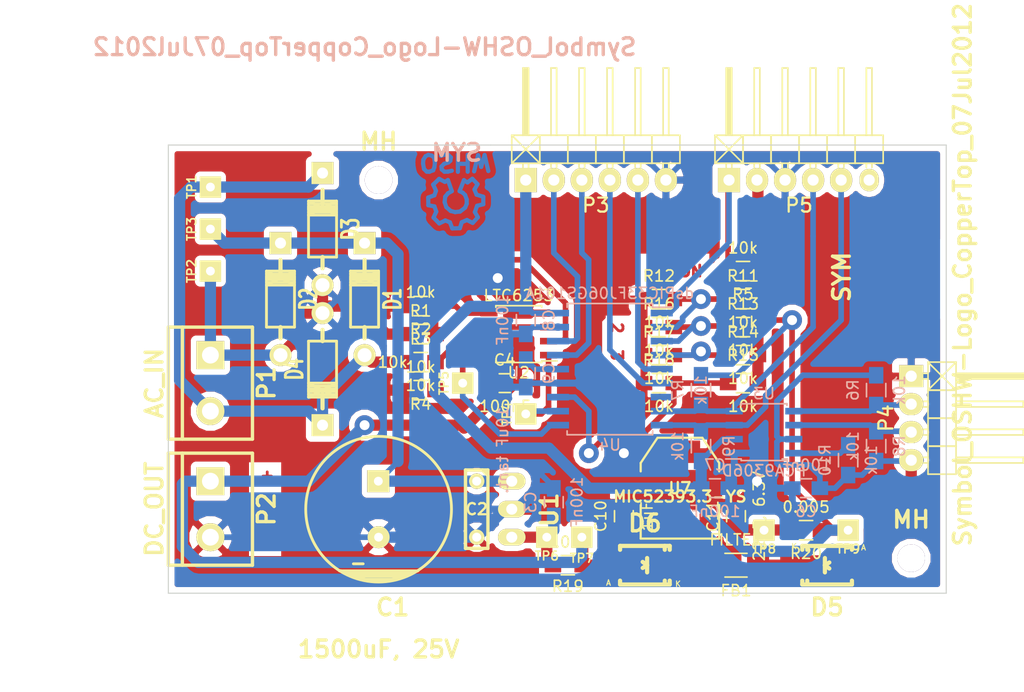
<source format=kicad_pcb>
(kicad_pcb (version 4) (host pcbnew "(2014-jul-16 BZR unknown)-product")
  (layers (0 F.Cu mixed) (31 B.Cu mixed) (34 B.Paste user) (35 F.Paste user) (36 B.SilkS user) (37 F.SilkS user) (38 B.Mask user) (39 F.Mask user) (44 Edge.Cuts user))
  (net 0 "")
  (net 1 GND)
  (net 2 /dsPIC/5V_BUS)
  (net 3 +3.3V)
  (net 4 "Net-(C9-Pad1)")
  (net 5 /dsPIC/3v3_supply/5v_in)
  (net 6 "Net-(D5-Pad2)")
  (net 7 +5V)
  (net 8 /ac_dc_supply/n_in)
  (net 9 /ac_dc_supply/l_in)
  (net 10 /dsPIC/nh)
  (net 11 /dsPIC/nl)
  (net 12 /dsPIC/lh)
  (net 13 /dsPIC/ll)
  (net 14 /dsPIC/SCL_BUS)
  (net 15 /dsPIC/SDA_BUS)
  (net 16 /dsPIC/~MCLR)
  (net 17 "Net-(P5-Pad6)")
  (net 18 /dsPIC/SCL_UC)
  (net 19 /dsPIC/I2C_EN)
  (net 20 /dsPIC/SDA_UC)
  (net 21 /dsPIC/ac_phase_+)
  (net 22 /dsPIC/ac_phase_-)
  (net 23 /dsPIC/ADDR1)
  (net 24 /dsPIC/ADDR2)
  (net 25 /dsPIC/ADDR3)
  (net 26 /dsPIC/ADDR4)
  (net 27 /ac_dc_supply/n_low)
  (net 28 /ac_dc_supply/l_low)
  (net 29 "Net-(R10-Pad2)")
  (net 30 "Net-(C11-Pad1)")
  (net 31 /ac_dc_supply/IN_RED)
  (net 32 /ac_dc_supply/LM_OUT)
  (module Housings_SOIC:SOIC-18_7.5x11.6mm_Pitch1.27mm (layer B.Cu) (at 113.665 90.805 180)
    (fp_text reference U4 (at 0 -6.875 180) (layer B.SilkS) (effects (justify mirror)))
    (fp_text value dsPIC33FJ06GS101A (at 0 6.875 180) (layer B.SilkS) (effects (justify mirror)))
    (pad 1 smd rect (at -4.7 5.08 180) (size 2 0.6) (layers B.Cu B.Paste B.Mask) (net 16 /dsPIC/~MCLR))
    (pad 2 smd rect (at -4.7 3.81 180) (size 2 0.6) (layers B.Cu B.Paste B.Mask) (net 23 /dsPIC/ADDR1))
    (pad 3 smd rect (at -4.7 2.54 180) (size 2 0.6) (layers B.Cu B.Paste B.Mask) (net 24 /dsPIC/ADDR2))
    (pad 4 smd rect (at -4.7 1.27 180) (size 2 0.6) (layers B.Cu B.Paste B.Mask) (net 25 /dsPIC/ADDR3))
    (pad 5 smd rect (at -4.7 0 180) (size 2 0.6) (layers B.Cu B.Paste B.Mask) (net 11 /dsPIC/nl))
    (pad 6 smd rect (at -4.7 -1.27 180) (size 2 0.6) (layers B.Cu B.Paste B.Mask) (net 10 /dsPIC/nh))
    (pad 7 smd rect (at -4.7 -2.54 180) (size 2 0.6) (layers B.Cu B.Paste B.Mask) (net 19 /dsPIC/I2C_EN))
    (pad 8 smd rect (at -4.7 -3.81 180) (size 2 0.6) (layers B.Cu B.Paste B.Mask) (net 20 /dsPIC/SDA_UC))
    (pad 9 smd rect (at -4.7 -5.08 180) (size 2 0.6) (layers B.Cu B.Paste B.Mask) (net 18 /dsPIC/SCL_UC))
    (pad 10 smd rect (at 4.7 -5.08 180) (size 2 0.6) (layers B.Cu B.Paste B.Mask) (net 22 /dsPIC/ac_phase_-))
    (pad 11 smd rect (at 4.7 -3.81 180) (size 2 0.6) (layers B.Cu B.Paste B.Mask) (net 21 /dsPIC/ac_phase_+))
    (pad 12 smd rect (at 4.7 -2.54 180) (size 2 0.6) (layers B.Cu B.Paste B.Mask) (net 26 /dsPIC/ADDR4))
    (pad 13 smd rect (at 4.7 -1.27 180) (size 2 0.6) (layers B.Cu B.Paste B.Mask) (net 1 GND))
    (pad 14 smd rect (at 4.7 0 180) (size 2 0.6) (layers B.Cu B.Paste B.Mask) (net 4 "Net-(C9-Pad1)"))
    (pad 15 smd rect (at 4.7 1.27 180) (size 2 0.6) (layers B.Cu B.Paste B.Mask) (net 12 /dsPIC/lh))
    (pad 16 smd rect (at 4.7 2.54 180) (size 2 0.6) (layers B.Cu B.Paste B.Mask) (net 13 /dsPIC/ll))
    (pad 17 smd rect (at 4.7 3.81 180) (size 2 0.6) (layers B.Cu B.Paste B.Mask) (net 1 GND))
    (pad 18 smd rect (at 4.7 5.08 180) (size 2 0.6) (layers B.Cu B.Paste B.Mask) (net 3 +3.3V))
  )
  (module Capacitors_SMD:C_0805_HandSoldering (layer B.Cu) (at 131.445 101.6 180)
    (fp_text reference C6 (at 0 -2.1 180) (layer B.SilkS) (effects (justify mirror)))
    (fp_text value 100nF (at 0 2.1 180) (layer B.SilkS) (effects (justify mirror)))
    (pad 1 smd rect (at -1.25 0 180) (size 1.5 1.25) (layers B.Cu B.Paste B.Mask) (net 2 /dsPIC/5V_BUS))
    (pad 2 smd rect (at 1.25 0 180) (size 1.5 1.25) (layers B.Cu B.Paste B.Mask) (net 1 GND))
  )
  (module Symbols:Symbol_OSHW-Logo_CopperTop (layer B.Cu) (at 99.695 75.565)
    (fp_text reference SYM (at 0.09906 -4.38912) (layer B.SilkS) (effects (font (thickness 0.3048)) (justify mirror)))
    (fp_text value Symbol_OSHW-Logo_CopperTop_07Jul2012 (at -8.255 -13.97) (layer B.SilkS) (effects (font (thickness 0.3048)) (justify mirror)))
    (fp_line (start 1.66878 -2.68986) (end 2.02946 -4.16052) (layer B.Cu) (width 0.381))
    (fp_line (start 2.02946 -4.16052) (end 2.30886 -3.0988) (layer B.Cu) (width 0.381))
    (fp_line (start 2.30886 -3.0988) (end 2.61874 -4.17068) (layer B.Cu) (width 0.381))
    (fp_line (start 2.61874 -4.17068) (end 2.9591 -2.72034) (layer B.Cu) (width 0.381))
    (fp_line (start 0.24892 -3.38074) (end 1.03886 -3.37058) (layer B.Cu) (width 0.381))
    (fp_line (start 1.03886 -3.37058) (end 1.04902 -3.38074) (layer B.Cu) (width 0.381))
    (fp_line (start 1.04902 -3.38074) (end 1.04902 -3.37058) (layer B.Cu) (width 0.381))
    (fp_line (start 1.08966 -2.65938) (end 1.08966 -4.20116) (layer B.Cu) (width 0.381))
    (fp_line (start 0.20066 -2.64922) (end 0.20066 -4.21894) (layer B.Cu) (width 0.381))
    (fp_line (start 0.20066 -4.21894) (end 0.21082 -4.20878) (layer B.Cu) (width 0.381))
    (fp_line (start -0.35052 -2.75082) (end -0.70104 -2.66954) (layer B.Cu) (width 0.381))
    (fp_line (start -0.70104 -2.66954) (end -1.02108 -2.65938) (layer B.Cu) (width 0.381))
    (fp_line (start -1.02108 -2.65938) (end -1.25984 -2.86004) (layer B.Cu) (width 0.381))
    (fp_line (start -1.25984 -2.86004) (end -1.29032 -3.12928) (layer B.Cu) (width 0.381))
    (fp_line (start -1.29032 -3.12928) (end -1.04902 -3.37058) (layer B.Cu) (width 0.381))
    (fp_line (start -1.04902 -3.37058) (end -0.6604 -3.50012) (layer B.Cu) (width 0.381))
    (fp_line (start -0.6604 -3.50012) (end -0.48006 -3.66014) (layer B.Cu) (width 0.381))
    (fp_line (start -0.48006 -3.66014) (end -0.43942 -3.95986) (layer B.Cu) (width 0.381))
    (fp_line (start -0.43942 -3.95986) (end -0.67056 -4.18084) (layer B.Cu) (width 0.381))
    (fp_line (start -0.67056 -4.18084) (end -0.9906 -4.20878) (layer B.Cu) (width 0.381))
    (fp_line (start -0.9906 -4.20878) (end -1.34112 -4.09956) (layer B.Cu) (width 0.381))
    (fp_line (start -2.37998 -2.64922) (end -2.6289 -2.66954) (layer B.Cu) (width 0.381))
    (fp_line (start -2.6289 -2.66954) (end -2.8702 -2.91084) (layer B.Cu) (width 0.381))
    (fp_line (start -2.8702 -2.91084) (end -2.9591 -3.40106) (layer B.Cu) (width 0.381))
    (fp_line (start -2.9591 -3.40106) (end -2.93116 -3.74904) (layer B.Cu) (width 0.381))
    (fp_line (start -2.93116 -3.74904) (end -2.7305 -4.06908) (layer B.Cu) (width 0.381))
    (fp_line (start -2.7305 -4.06908) (end -2.47904 -4.191) (layer B.Cu) (width 0.381))
    (fp_line (start -2.47904 -4.191) (end -2.16916 -4.11988) (layer B.Cu) (width 0.381))
    (fp_line (start -2.16916 -4.11988) (end -1.95072 -3.93954) (layer B.Cu) (width 0.381))
    (fp_line (start -1.95072 -3.93954) (end -1.8796 -3.4798) (layer B.Cu) (width 0.381))
    (fp_line (start -1.8796 -3.4798) (end -1.9304 -3.07086) (layer B.Cu) (width 0.381))
    (fp_line (start -1.9304 -3.07086) (end -2.03962 -2.78892) (layer B.Cu) (width 0.381))
    (fp_line (start -2.03962 -2.78892) (end -2.4003 -2.65938) (layer B.Cu) (width 0.381))
    (fp_line (start -1.78054 -0.92964) (end -2.03962 -1.49098) (layer B.Cu) (width 0.381))
    (fp_line (start -2.03962 -1.49098) (end -1.50114 -2.00914) (layer B.Cu) (width 0.381))
    (fp_line (start -1.50114 -2.00914) (end -0.98044 -1.7399) (layer B.Cu) (width 0.381))
    (fp_line (start -0.98044 -1.7399) (end -0.70104 -1.89992) (layer B.Cu) (width 0.381))
    (fp_line (start 0.73914 -1.8796) (end 1.06934 -1.6891) (layer B.Cu) (width 0.381))
    (fp_line (start 1.06934 -1.6891) (end 1.50876 -2.0193) (layer B.Cu) (width 0.381))
    (fp_line (start 1.50876 -2.0193) (end 1.9812 -1.52908) (layer B.Cu) (width 0.381))
    (fp_line (start 1.9812 -1.52908) (end 1.69926 -1.04902) (layer B.Cu) (width 0.381))
    (fp_line (start 1.69926 -1.04902) (end 1.88976 -0.57912) (layer B.Cu) (width 0.381))
    (fp_line (start 1.88976 -0.57912) (end 2.49936 -0.39116) (layer B.Cu) (width 0.381))
    (fp_line (start 2.49936 -0.39116) (end 2.49936 0.28956) (layer B.Cu) (width 0.381))
    (fp_line (start 2.49936 0.28956) (end 1.94056 0.42926) (layer B.Cu) (width 0.381))
    (fp_line (start 1.94056 0.42926) (end 1.7399 1.00076) (layer B.Cu) (width 0.381))
    (fp_line (start 1.7399 1.00076) (end 2.00914 1.47066) (layer B.Cu) (width 0.381))
    (fp_line (start 2.00914 1.47066) (end 1.53924 1.9812) (layer B.Cu) (width 0.381))
    (fp_line (start 1.53924 1.9812) (end 1.02108 1.71958) (layer B.Cu) (width 0.381))
    (fp_line (start 1.02108 1.71958) (end 0.55118 1.92024) (layer B.Cu) (width 0.381))
    (fp_line (start 0.55118 1.92024) (end 0.381 2.46126) (layer B.Cu) (width 0.381))
    (fp_line (start 0.381 2.46126) (end -0.30988 2.47904) (layer B.Cu) (width 0.381))
    (fp_line (start -0.30988 2.47904) (end -0.5207 1.9304) (layer B.Cu) (width 0.381))
    (fp_line (start -0.5207 1.9304) (end -0.9398 1.76022) (layer B.Cu) (width 0.381))
    (fp_line (start -0.9398 1.76022) (end -1.49098 2.02946) (layer B.Cu) (width 0.381))
    (fp_line (start -1.49098 2.02946) (end -2.00914 1.50114) (layer B.Cu) (width 0.381))
    (fp_line (start -2.00914 1.50114) (end -1.76022 0.96012) (layer B.Cu) (width 0.381))
    (fp_line (start -1.76022 0.96012) (end -1.9304 0.48006) (layer B.Cu) (width 0.381))
    (fp_line (start -1.9304 0.48006) (end -2.47904 0.381) (layer B.Cu) (width 0.381))
    (fp_line (start -2.47904 0.381) (end -2.4892 -0.32004) (layer B.Cu) (width 0.381))
    (fp_line (start -2.4892 -0.32004) (end -1.9304 -0.5207) (layer B.Cu) (width 0.381))
    (fp_line (start -1.9304 -0.5207) (end -1.7907 -0.91948) (layer B.Cu) (width 0.381))
    (fp_line (start 0.35052 -0.89916) (end 0.65024 -0.7493) (layer B.Cu) (width 0.381))
    (fp_line (start 0.65024 -0.7493) (end 0.8509 -0.55118) (layer B.Cu) (width 0.381))
    (fp_line (start 0.8509 -0.55118) (end 1.00076 -0.14986) (layer B.Cu) (width 0.381))
    (fp_line (start 1.00076 -0.14986) (end 1.00076 0.24892) (layer B.Cu) (width 0.381))
    (fp_line (start 1.00076 0.24892) (end 0.8509 0.59944) (layer B.Cu) (width 0.381))
    (fp_line (start 0.8509 0.59944) (end 0.39878 0.94996) (layer B.Cu) (width 0.381))
    (fp_line (start 0.39878 0.94996) (end -0.0508 1.00076) (layer B.Cu) (width 0.381))
    (fp_line (start -0.0508 1.00076) (end -0.44958 0.89916) (layer B.Cu) (width 0.381))
    (fp_line (start -0.44958 0.89916) (end -0.8509 0.55118) (layer B.Cu) (width 0.381))
    (fp_line (start -0.8509 0.55118) (end -1.00076 0.09906) (layer B.Cu) (width 0.381))
    (fp_line (start -1.00076 0.09906) (end -0.94996 -0.39878) (layer B.Cu) (width 0.381))
    (fp_line (start -0.94996 -0.39878) (end -0.70104 -0.70104) (layer B.Cu) (width 0.381))
    (fp_line (start -0.70104 -0.70104) (end -0.35052 -0.89916) (layer B.Cu) (width 0.381))
    (fp_line (start -0.35052 -0.89916) (end -0.70104 -1.89992) (layer B.Cu) (width 0.381))
    (fp_line (start 0.35052 -0.89916) (end 0.7493 -1.89992) (layer B.Cu) (width 0.381))
  )
  (module Capacitors_ThroughHole:Capacitor13x25RM2.5 (layer F.Cu) (at 92.71 103.505 180)
    (fp_text reference C1 (at -1.27 -8.89 180) (layer F.SilkS) (effects (font (thickness 0.3048))))
    (fp_text value "1500uF, 25V" (at 0 -12.7 180) (layer F.SilkS) (effects (font (thickness 0.3048))))
    (pad 1 thru_hole rect (at 0.0254 2.54 180) (size 1.99898 1.99898) (drill 0.8001) (layers *.Cu *.Mask F.SilkS) (net 31 /ac_dc_supply/IN_RED))
    (pad 2 thru_hole circle (at 0 -2.54 180) (size 1.99898 1.99898) (drill 0.8001) (layers *.Cu *.Mask F.SilkS) (net 1 GND))
  )
  (module Capacitors_SMD:C_0805_HandSoldering (layer B.Cu) (at 108.585 102.87 90)
    (fp_text reference C3 (at 0 -2.1 90) (layer B.SilkS) (effects (justify mirror)))
    (fp_text value 100nF (at 0 2.1 90) (layer B.SilkS) (effects (justify mirror)))
    (pad 1 smd rect (at -1.25 0 90) (size 1.5 1.25) (layers B.Cu B.Paste B.Mask) (net 32 /ac_dc_supply/LM_OUT))
    (pad 2 smd rect (at 1.25 0 90) (size 1.5 1.25) (layers B.Cu B.Paste B.Mask) (net 1 GND))
  )
  (module Capacitors_SMD:C_0805_HandSoldering (layer B.Cu) (at 123.19 101.6)
    (fp_text reference C7 (at 0 -2.1) (layer B.SilkS) (effects (justify mirror)))
    (fp_text value 100nF (at 0 2.1) (layer B.SilkS) (effects (justify mirror)))
    (pad 1 smd rect (at -1.25 0) (size 1.5 1.25) (layers B.Cu B.Paste B.Mask) (net 3 +3.3V))
    (pad 2 smd rect (at 1.25 0) (size 1.5 1.25) (layers B.Cu B.Paste B.Mask) (net 1 GND))
  )
  (module Capacitors_SMD:C_0805_HandSoldering (layer B.Cu) (at 106.045 86.36 270)
    (fp_text reference C8 (at 0 -2.1 270) (layer B.SilkS) (effects (justify mirror)))
    (fp_text value 100nF (at 0 2.1 270) (layer B.SilkS) (effects (justify mirror)))
    (pad 1 smd rect (at -1.25 0 270) (size 1.5 1.25) (layers B.Cu B.Paste B.Mask) (net 3 +3.3V))
    (pad 2 smd rect (at 1.25 0 270) (size 1.5 1.25) (layers B.Cu B.Paste B.Mask) (net 1 GND))
  )
  (module Capacitors_SMD:C_0805_HandSoldering (layer B.Cu) (at 106.045 91.186 270)
    (fp_text reference C9 (at 0 -2.1 270) (layer B.SilkS) (effects (justify mirror)))
    (fp_text value "10uF tant." (at 6.985 2.1 270) (layer B.SilkS) (effects (justify mirror)))
    (pad 1 smd rect (at -1.25 0 270) (size 1.5 1.25) (layers B.Cu B.Paste B.Mask) (net 4 "Net-(C9-Pad1)"))
    (pad 2 smd rect (at 1.25 0 270) (size 1.5 1.25) (layers B.Cu B.Paste B.Mask) (net 1 GND))
  )
  (module Capacitors_SMD:C_0805_HandSoldering (layer F.Cu) (at 114.935 104.14 90)
    (fp_text reference C10 (at 0 -2.1 90) (layer F.SilkS))
    (fp_text value 1uF (at 0 2.1 90) (layer F.SilkS))
    (pad 1 smd rect (at -1.25 0 90) (size 1.5 1.25) (layers F.Cu F.Paste F.Mask) (net 5 /dsPIC/3v3_supply/5v_in))
    (pad 2 smd rect (at 1.25 0 90) (size 1.5 1.25) (layers F.Cu F.Paste F.Mask) (net 1 GND))
  )
  (module Capacitors_SMD:C_0805_HandSoldering (layer F.Cu) (at 125.095 104.14 90)
    (fp_text reference C11 (at 0 -2.1 90) (layer F.SilkS))
    (fp_text value "22uF, 6.3V" (at 0 2.1 90) (layer F.SilkS))
    (pad 1 smd rect (at -1.25 0 90) (size 1.5 1.25) (layers F.Cu F.Paste F.Mask) (net 30 "Net-(C11-Pad1)"))
    (pad 2 smd rect (at 1.25 0 90) (size 1.5 1.25) (layers F.Cu F.Paste F.Mask) (net 1 GND))
  )
  (module Diodes_ThroughHole:Diode_DO-41_SOD81_Horizontal_RM10 (layer F.Cu) (at 91.44 84.455 90)
    (fp_text reference D1 (at 0 2.54 90) (layer F.SilkS) (effects (font (size 1.524 1.016) (thickness 0.254))))
    (fp_text value 1N5062 hide)
    (pad 1 thru_hole circle (at -5.08 0 90) (size 1.99898 1.99898) (drill 1.27) (layers *.Cu *.Mask F.SilkS) (net 9 /ac_dc_supply/l_in))
    (pad 2 thru_hole rect (at 5.08 0 90) (size 1.99898 1.99898) (drill 1.00076) (layers *.Cu *.Mask F.SilkS) (net 31 /ac_dc_supply/IN_RED))
  )
  (module Diodes_ThroughHole:Diode_DO-41_SOD81_Horizontal_RM10 (layer F.Cu) (at 83.82 84.455 90)
    (fp_text reference D2 (at 0 2.54 90) (layer F.SilkS) (effects (font (size 1.524 1.016) (thickness 0.254))))
    (fp_text value 1N5062 hide)
    (pad 1 thru_hole circle (at -5.08 0 90) (size 1.99898 1.99898) (drill 1.27) (layers *.Cu *.Mask F.SilkS) (net 8 /ac_dc_supply/n_in))
    (pad 2 thru_hole rect (at 5.08 0 90) (size 1.99898 1.99898) (drill 1.00076) (layers *.Cu *.Mask F.SilkS) (net 31 /ac_dc_supply/IN_RED))
  )
  (module Diodes_ThroughHole:Diode_DO-41_SOD81_Horizontal_RM10 (layer F.Cu) (at 87.63 78.105 90)
    (fp_text reference D3 (at 0 2.54 90) (layer F.SilkS) (effects (font (size 1.524 1.016) (thickness 0.254))))
    (fp_text value 1N5062 hide)
    (pad 1 thru_hole circle (at -5.08 0 90) (size 1.99898 1.99898) (drill 1.27) (layers *.Cu *.Mask F.SilkS) (net 1 GND))
    (pad 2 thru_hole rect (at 5.08 0 90) (size 1.99898 1.99898) (drill 1.00076) (layers *.Cu *.Mask F.SilkS) (net 9 /ac_dc_supply/l_in))
  )
  (module Diodes_ThroughHole:Diode_DO-41_SOD81_Horizontal_RM10 (layer F.Cu) (at 87.63 90.805 270)
    (fp_text reference D4 (at 0 2.54 270) (layer F.SilkS) (effects (font (size 1.524 1.016) (thickness 0.254))))
    (fp_text value 1N5062 hide)
    (pad 1 thru_hole circle (at -5.08 0 270) (size 1.99898 1.99898) (drill 1.27) (layers *.Cu *.Mask F.SilkS) (net 1 GND))
    (pad 2 thru_hole rect (at 5.08 0 270) (size 1.99898 1.99898) (drill 1.00076) (layers *.Cu *.Mask F.SilkS) (net 9 /ac_dc_supply/l_in))
  )
  (module Diodes_SMD:Diode-SMA_Handsoldering (layer F.Cu) (at 133.35 108.585 180)
    (fp_text reference D5 (at 0 -3.81 180) (layer F.SilkS) (effects (font (thickness 0.3048))))
    (fp_text value DIODESCH hide)
    (fp_text user A (at -3.29946 1.6002 180) (layer F.SilkS) (effects (font (size 0.50038 0.50038) (thickness 0.09906))))
    (fp_text user K (at 2.99974 1.69926 180) (layer F.SilkS) (effects (font (size 0.50038 0.50038) (thickness 0.09906))))
    (pad 1 smd rect (at -2.49936 0 180) (size 3.50012 1.80086) (layers F.Cu F.Paste F.Mask) (net 2 /dsPIC/5V_BUS))
    (pad 2 smd rect (at 2.49936 0 180) (size 3.50012 1.80086) (layers F.Cu F.Paste F.Mask) (net 6 "Net-(D5-Pad2)"))
  )
  (module Diodes_SMD:Diode-SMA_Handsoldering (layer F.Cu) (at 116.84 108.585)
    (fp_text reference D6 (at 0 -3.81) (layer F.SilkS) (effects (font (thickness 0.3048))))
    (fp_text value DIODESCH hide)
    (fp_text user A (at -3.29946 1.6002) (layer F.SilkS) (effects (font (size 0.50038 0.50038) (thickness 0.09906))))
    (fp_text user K (at 2.99974 1.69926) (layer F.SilkS) (effects (font (size 0.50038 0.50038) (thickness 0.09906))))
    (pad 1 smd rect (at -2.49936 0) (size 3.50012 1.80086) (layers F.Cu F.Paste F.Mask) (net 7 +5V))
    (pad 2 smd rect (at 2.49936 0) (size 3.50012 1.80086) (layers F.Cu F.Paste F.Mask) (net 5 /dsPIC/3v3_supply/5v_in))
  )
  (module Resistors_SMD:R_1206_HandSoldering (layer F.Cu) (at 125.095 108.585 180)
    (fp_text reference FB1 (at 0 -2.3 180) (layer F.SilkS))
    (fp_text value FILTER (at 0 2.3 180) (layer F.SilkS))
    (pad 1 smd rect (at -2 0 180) (size 2 1.7) (layers F.Cu F.Paste F.Mask) (net 6 "Net-(D5-Pad2)"))
    (pad 2 smd rect (at 2 0 180) (size 2 1.7) (layers F.Cu F.Paste F.Mask) (net 5 /dsPIC/3v3_supply/5v_in))
  )
  (module Connect:bornier2 (layer F.Cu) (at 77.47 92.075 270)
    (fp_text reference P1 (at 0 -5.08 270) (layer F.SilkS) (effects (font (thickness 0.3048))))
    (fp_text value AC_IN (at 0 5.08 270) (layer F.SilkS) (effects (font (thickness 0.3048))))
    (pad 1 thru_hole rect (at -2.54 0 270) (size 2.54 2.54) (drill 1.524) (layers *.Cu *.Mask F.SilkS) (net 8 /ac_dc_supply/n_in))
    (pad 2 thru_hole circle (at 2.54 0 270) (size 2.54 2.54) (drill 1.524) (layers *.Cu *.Mask F.SilkS) (net 9 /ac_dc_supply/l_in))
  )
  (module Connect:bornier2 (layer F.Cu) (at 77.47 103.505 270)
    (fp_text reference P2 (at 0 -5.08 270) (layer F.SilkS) (effects (font (thickness 0.3048))))
    (fp_text value DC_OUT (at 0 5.08 270) (layer F.SilkS) (effects (font (thickness 0.3048))))
    (pad 1 thru_hole rect (at -2.54 0 270) (size 2.54 2.54) (drill 1.524) (layers *.Cu *.Mask F.SilkS) (net 7 +5V))
    (pad 2 thru_hole circle (at 2.54 0 270) (size 2.54 2.54) (drill 1.524) (layers *.Cu *.Mask F.SilkS) (net 1 GND))
  )
  (module Pin_Headers:Pin_Header_Angled_1x06 (layer F.Cu) (at 130.81 73.66)
    (fp_text reference P5 (at 0 2.286) (layer F.SilkS) (effects (font (size 1.27 1.27) (thickness 0.2032))))
    (fp_text value dsPIC_PGM hide)
    (pad 1 thru_hole rect (at -6.35 0) (size 2 2.2) (drill 1.016) (layers *.Cu *.Mask F.SilkS) (net 16 /dsPIC/~MCLR))
    (pad 2 thru_hole oval (at -3.81 0) (size 2 2.2) (drill 1.016) (layers *.Cu *.Mask F.SilkS) (net 3 +3.3V))
    (pad 3 thru_hole oval (at -1.27 0) (size 2 2.2) (drill 1.016) (layers *.Cu *.Mask F.SilkS) (net 1 GND))
    (pad 4 thru_hole oval (at 1.27 0) (size 2 2.2) (drill 1.016) (layers *.Cu *.Mask F.SilkS) (net 20 /dsPIC/SDA_UC))
    (pad 5 thru_hole oval (at 3.81 0) (size 2 2.2) (drill 1.016) (layers *.Cu *.Mask F.SilkS) (net 18 /dsPIC/SCL_UC))
    (pad 6 thru_hole oval (at 6.35 0) (size 1.7272 2.032) (drill 1.016) (layers *.Cu *.Mask F.SilkS) (net 17 "Net-(P5-Pad6)"))
  )
  (module Resistors_SMD:R_0805_HandSoldering (layer F.Cu) (at 96.52 87.63)
    (fp_text reference R1 (at 0 -2.1) (layer F.SilkS))
    (fp_text value 10k (at -2.54 2.54) (layer F.SilkS))
    (pad 1 smd rect (at -1.35 0) (size 1.5 1.3) (layers F.Cu F.Paste F.Mask) (net 8 /ac_dc_supply/n_in))
    (pad 2 smd rect (at 1.35 0) (size 1.5 1.3) (layers F.Cu F.Paste F.Mask) (net 27 /ac_dc_supply/n_low))
  )
  (module Resistors_SMD:R_0805_HandSoldering (layer F.Cu) (at 96.52 85.09 180)
    (fp_text reference R2 (at 0 -2.1 180) (layer F.SilkS))
    (fp_text value 10k (at 0 1.27 180) (layer F.SilkS))
    (pad 1 smd rect (at -1.35 0 180) (size 1.5 1.3) (layers F.Cu F.Paste F.Mask) (net 27 /ac_dc_supply/n_low))
    (pad 2 smd rect (at 1.35 0 180) (size 1.5 1.3) (layers F.Cu F.Paste F.Mask) (net 1 GND))
  )
  (module Resistors_SMD:R_0805_HandSoldering (layer F.Cu) (at 96.52 90.17)
    (fp_text reference R3 (at 0 -2.1) (layer F.SilkS))
    (fp_text value 10k (at 0 2.1) (layer F.SilkS))
    (pad 1 smd rect (at -1.35 0) (size 1.5 1.3) (layers F.Cu F.Paste F.Mask) (net 9 /ac_dc_supply/l_in))
    (pad 2 smd rect (at 1.35 0) (size 1.5 1.3) (layers F.Cu F.Paste F.Mask) (net 28 /ac_dc_supply/l_low))
  )
  (module Resistors_SMD:R_0805_HandSoldering (layer F.Cu) (at 96.52 92.71 180)
    (fp_text reference R4 (at 0 -1.27 180) (layer F.SilkS))
    (fp_text value 10k (at 0 2.1 180) (layer F.SilkS))
    (pad 1 smd rect (at -1.35 0 180) (size 1.5 1.3) (layers F.Cu F.Paste F.Mask) (net 28 /ac_dc_supply/l_low))
    (pad 2 smd rect (at 1.35 0 180) (size 1.5 1.3) (layers F.Cu F.Paste F.Mask) (net 1 GND))
  )
  (module Resistors_SMD:R_0805_HandSoldering (layer F.Cu) (at 125.73 81.915 180)
    (fp_text reference R5 (at 0 -2.1 180) (layer F.SilkS))
    (fp_text value 10k (at 0 2.1 180) (layer F.SilkS))
    (pad 1 smd rect (at -1.35 0 180) (size 1.5 1.3) (layers F.Cu F.Paste F.Mask) (net 3 +3.3V))
    (pad 2 smd rect (at 1.35 0 180) (size 1.5 1.3) (layers F.Cu F.Paste F.Mask) (net 16 /dsPIC/~MCLR))
  )
  (module Resistors_SMD:R_0805_HandSoldering (layer B.Cu) (at 137.795 92.71 90)
    (fp_text reference R6 (at 0 -2.1 90) (layer B.SilkS) (effects (justify mirror)))
    (fp_text value 10k (at 0 2.1 90) (layer B.SilkS) (effects (justify mirror)))
    (pad 1 smd rect (at -1.35 0 90) (size 1.5 1.3) (layers B.Cu B.Paste B.Mask) (net 15 /dsPIC/SDA_BUS))
    (pad 2 smd rect (at 1.35 0 90) (size 1.5 1.3) (layers B.Cu B.Paste B.Mask) (net 2 /dsPIC/5V_BUS))
  )
  (module Resistors_SMD:R_0805_HandSoldering (layer B.Cu) (at 121.92 92.71 90)
    (fp_text reference R7 (at 0 -2.1 90) (layer B.SilkS) (effects (justify mirror)))
    (fp_text value 10k (at 0 0 90) (layer B.SilkS) (effects (justify mirror)))
    (pad 1 smd rect (at -1.35 0 90) (size 1.5 1.3) (layers B.Cu B.Paste B.Mask) (net 20 /dsPIC/SDA_UC))
    (pad 2 smd rect (at 1.35 0 90) (size 1.5 1.3) (layers B.Cu B.Paste B.Mask) (net 3 +3.3V))
  )
  (module Resistors_SMD:R_0805_HandSoldering (layer B.Cu) (at 137.795 97.79 270)
    (fp_text reference R8 (at 0 -2.1 270) (layer B.SilkS) (effects (justify mirror)))
    (fp_text value 10k (at 0 2.1 270) (layer B.SilkS) (effects (justify mirror)))
    (pad 1 smd rect (at -1.35 0 270) (size 1.5 1.3) (layers B.Cu B.Paste B.Mask) (net 14 /dsPIC/SCL_BUS))
    (pad 2 smd rect (at 1.35 0 270) (size 1.5 1.3) (layers B.Cu B.Paste B.Mask) (net 2 /dsPIC/5V_BUS))
  )
  (module Resistors_SMD:R_0805_HandSoldering (layer B.Cu) (at 121.92 97.79 270)
    (fp_text reference R9 (at 0 -2.54 270) (layer B.SilkS) (effects (justify mirror)))
    (fp_text value 10k (at 0 2.1 270) (layer B.SilkS) (effects (justify mirror)))
    (pad 1 smd rect (at -1.35 0 270) (size 1.5 1.3) (layers B.Cu B.Paste B.Mask) (net 18 /dsPIC/SCL_UC))
    (pad 2 smd rect (at 1.35 0 270) (size 1.5 1.3) (layers B.Cu B.Paste B.Mask) (net 3 +3.3V))
  )
  (module Resistors_SMD:R_0805_HandSoldering (layer B.Cu) (at 135.255 99.06 90)
    (fp_text reference R10 (at 0 -2.1 90) (layer B.SilkS) (effects (justify mirror)))
    (fp_text value 10k (at 0 2.1 90) (layer B.SilkS) (effects (justify mirror)))
    (pad 1 smd rect (at -1.35 0 90) (size 1.5 1.3) (layers B.Cu B.Paste B.Mask) (net 2 /dsPIC/5V_BUS))
    (pad 2 smd rect (at 1.35 0 90) (size 1.5 1.3) (layers B.Cu B.Paste B.Mask) (net 29 "Net-(R10-Pad2)"))
  )
  (module Resistors_SMD:R_0805_HandSoldering (layer F.Cu) (at 125.73 84.455)
    (fp_text reference R11 (at 0 -2.1) (layer F.SilkS))
    (fp_text value 10k (at 0 2.1) (layer F.SilkS))
    (pad 1 smd rect (at -1.35 0) (size 1.5 1.3) (layers F.Cu F.Paste F.Mask) (net 23 /dsPIC/ADDR1))
    (pad 2 smd rect (at 1.35 0) (size 1.5 1.3) (layers F.Cu F.Paste F.Mask) (net 3 +3.3V))
  )
  (module Resistors_SMD:R_0805_HandSoldering (layer F.Cu) (at 118.11 84.455)
    (fp_text reference R12 (at 0 -2.1) (layer F.SilkS))
    (fp_text value 10k (at 0 2.1) (layer F.SilkS))
    (pad 1 smd rect (at -1.35 0) (size 1.5 1.3) (layers F.Cu F.Paste F.Mask) (net 1 GND))
    (pad 2 smd rect (at 1.35 0) (size 1.5 1.3) (layers F.Cu F.Paste F.Mask) (net 23 /dsPIC/ADDR1))
  )
  (module Transistors_TO-220:TO-220_Neutral123_PadsOnly (layer F.Cu) (at 104.775 103.505 270)
    (fp_text reference U1 (at 0.0508 -3.40106 270) (layer F.SilkS) (effects (font (thickness 0.3048))))
    (fp_text value LM7805CT hide)
    (pad 2 thru_hole oval (at 0 0) (size 2.49936 1.50114) (drill 1.00076) (layers *.Cu *.Mask F.SilkS) (net 1 GND))
    (pad 1 thru_hole oval (at -2.54 0) (size 2.49936 1.50114) (drill 1.00076) (layers *.Cu *.Mask F.SilkS) (net 31 /ac_dc_supply/IN_RED))
    (pad 3 thru_hole oval (at 2.54 0) (size 2.49936 1.50114) (drill 1.00076) (layers *.Cu *.Mask F.SilkS) (net 32 /ac_dc_supply/LM_OUT))
  )
  (module SMD_Packages:SOT-223 (layer F.Cu) (at 120.015 101.6)
    (fp_text reference U7 (at 0 0) (layer F.SilkS) (effects (font (size 1.016 1.016) (thickness 0.2032))))
    (fp_text value MIC52393.3-YS (at 0 0.762) (layer F.SilkS) (effects (font (size 1.016 1.016) (thickness 0.2032))))
    (pad 4 smd rect (at 0 -3.302) (size 3.6576 2.032) (layers F.Cu F.Paste F.Mask) (net 1 GND))
    (pad 2 smd rect (at 0 3.302) (size 1.016 2.032) (layers F.Cu F.Paste F.Mask) (net 1 GND))
    (pad 3 smd rect (at 2.286 3.302) (size 1.016 2.032) (layers F.Cu F.Paste F.Mask) (net 30 "Net-(C11-Pad1)"))
    (pad 1 smd rect (at -2.286 3.302) (size 1.016 2.032) (layers F.Cu F.Paste F.Mask) (net 5 /dsPIC/3v3_supply/5v_in))
  )
  (module Discret:C2 (layer F.Cu) (at 101.6 103.505 270)
    (fp_text reference C2 (at 0 0 360) (layer F.SilkS) (effects (font (size 1.016 1.016) (thickness 0.2032))))
    (fp_text value 330nF hide)
    (pad 1 thru_hole circle (at -2.54 0 270) (size 1.397 1.397) (drill 0.8128) (layers *.Cu *.Mask F.SilkS) (net 31 /ac_dc_supply/IN_RED))
    (pad 2 thru_hole circle (at 2.54 0 270) (size 1.397 1.397) (drill 0.8128) (layers *.Cu *.Mask F.SilkS) (net 1 GND))
  )
  (module Connect:SIL-1 (layer F.Cu) (at 77.47 74.295 90)
    (fp_text reference TP1 (at 0 -1.7 90) (layer F.SilkS) (effects (font (size 0.8 0.8))))
    (fp_text value L hide)
    (pad 1 thru_hole rect (at 0 0 90) (size 1.8 1.8) (drill 0.8) (layers *.Cu *.Mask F.SilkS) (net 9 /ac_dc_supply/l_in))
  )
  (module Connect:SIL-1 (layer F.Cu) (at 77.47 81.915 90)
    (fp_text reference TP2 (at 0 -1.7 90) (layer F.SilkS) (effects (font (size 0.8 0.8))))
    (fp_text value N hide)
    (pad 1 thru_hole rect (at 0 0 90) (size 1.8 1.8) (drill 0.8) (layers *.Cu *.Mask F.SilkS) (net 8 /ac_dc_supply/n_in))
  )
  (module Connect:SIL-1 (layer F.Cu) (at 77.47 78.105 90)
    (fp_text reference TP3 (at 0 -1.7 90) (layer F.SilkS) (effects (font (size 0.8 0.8))))
    (fp_text value RED hide)
    (pad 1 thru_hole rect (at 0 0 90) (size 1.8 1.8) (drill 0.8) (layers *.Cu *.Mask F.SilkS) (net 31 /ac_dc_supply/IN_RED))
  )
  (module Connect:SIL-1 (layer F.Cu) (at 106.045 94.869 90)
    (fp_text reference TP4 (at 0 -1.7 90) (layer F.SilkS) (effects (font (size 0.8 0.8))))
    (fp_text value DET_L hide)
    (pad 1 thru_hole rect (at 0 0 90) (size 1.8 1.8) (drill 0.8) (layers *.Cu *.Mask F.SilkS) (net 21 /dsPIC/ac_phase_+))
  )
  (module Connect:SIL-1 (layer F.Cu) (at 100.33 92.075 90)
    (fp_text reference TP5 (at 0 -1.7 90) (layer F.SilkS) (effects (font (size 0.8 0.8))))
    (fp_text value DET_N hide)
    (pad 1 thru_hole rect (at 0 0 90) (size 1.8 1.8) (drill 0.8) (layers *.Cu *.Mask F.SilkS) (net 22 /dsPIC/ac_phase_-))
  )
  (module Capacitors_SMD:C_0805_HandSoldering (layer F.Cu) (at 104.14 92.075)
    (fp_text reference C4 (at 0 -2.1) (layer F.SilkS))
    (fp_text value 100nF (at 0 2.1) (layer F.SilkS))
    (pad 1 smd rect (at -1.25 0) (size 1.5 1.25) (layers F.Cu F.Paste F.Mask) (net 7 +5V))
    (pad 2 smd rect (at 1.25 0) (size 1.5 1.25) (layers F.Cu F.Paste F.Mask) (net 1 GND))
  )
  (module Pin_Headers:Pin_Header_Angled_1x04 (layer F.Cu) (at 140.97 95.25 270)
    (fp_text reference P4 (at 0 2.286 270) (layer F.SilkS) (effects (font (size 1.27 1.27) (thickness 0.2032))))
    (fp_text value I2C_BUS hide)
    (pad 1 thru_hole rect (at -3.81 0 270) (size 2 2.2) (drill 1.016) (layers *.Cu *.Mask F.SilkS) (net 1 GND))
    (pad 2 thru_hole oval (at -1.27 0 270) (size 2 2.2) (drill 1.016) (layers *.Cu *.Mask F.SilkS) (net 15 /dsPIC/SDA_BUS))
    (pad 3 thru_hole oval (at 1.27 0 270) (size 2 2.2) (drill 1.016) (layers *.Cu *.Mask F.SilkS) (net 14 /dsPIC/SCL_BUS))
    (pad 4 thru_hole oval (at 3.81 0 270) (size 2 2.2) (drill 1.016) (layers *.Cu *.Mask F.SilkS) (net 2 /dsPIC/5V_BUS))
  )
  (module Housings_SOIC:SOIC-8_3.9x4.9mm_Pitch1.27mm (layer B.Cu) (at 127.635 96.52)
    (fp_text reference U3 (at 0 -3.5) (layer B.SilkS) (effects (justify mirror)))
    (fp_text value PCA9306D (at 0 3.5) (layer B.SilkS) (effects (justify mirror)))
    (pad 1 smd rect (at -2.7 1.905) (size 1.55 0.6) (layers B.Cu B.Paste B.Mask) (net 1 GND))
    (pad 2 smd rect (at -2.7 0.635) (size 1.55 0.6) (layers B.Cu B.Paste B.Mask) (net 3 +3.3V))
    (pad 3 smd rect (at -2.7 -0.635) (size 1.55 0.6) (layers B.Cu B.Paste B.Mask) (net 18 /dsPIC/SCL_UC))
    (pad 4 smd rect (at -2.7 -1.905) (size 1.55 0.6) (layers B.Cu B.Paste B.Mask) (net 20 /dsPIC/SDA_UC))
    (pad 5 smd rect (at 2.7 -1.905) (size 1.55 0.6) (layers B.Cu B.Paste B.Mask) (net 15 /dsPIC/SDA_BUS))
    (pad 6 smd rect (at 2.7 -0.635) (size 1.55 0.6) (layers B.Cu B.Paste B.Mask) (net 14 /dsPIC/SCL_BUS))
    (pad 7 smd rect (at 2.7 0.635) (size 1.55 0.6) (layers B.Cu B.Paste B.Mask) (net 2 /dsPIC/5V_BUS))
    (pad 8 smd rect (at 2.7 1.905) (size 1.55 0.6) (layers B.Cu B.Paste B.Mask) (net 29 "Net-(R10-Pad2)"))
  )
  (module Resistors_SMD:R_0805_HandSoldering (layer F.Cu) (at 125.73 86.995)
    (fp_text reference R13 (at 0 -2.1) (layer F.SilkS))
    (fp_text value 10k (at 0 2.1) (layer F.SilkS))
    (pad 1 smd rect (at -1.35 0) (size 1.5 1.3) (layers F.Cu F.Paste F.Mask) (net 24 /dsPIC/ADDR2))
    (pad 2 smd rect (at 1.35 0) (size 1.5 1.3) (layers F.Cu F.Paste F.Mask) (net 3 +3.3V))
  )
  (module Resistors_SMD:R_0805_HandSoldering (layer F.Cu) (at 125.73 89.535)
    (fp_text reference R14 (at 0 -2.1) (layer F.SilkS))
    (fp_text value 10k (at 0 2.1) (layer F.SilkS))
    (pad 1 smd rect (at -1.35 0) (size 1.5 1.3) (layers F.Cu F.Paste F.Mask) (net 25 /dsPIC/ADDR3))
    (pad 2 smd rect (at 1.35 0) (size 1.5 1.3) (layers F.Cu F.Paste F.Mask) (net 3 +3.3V))
  )
  (module Resistors_SMD:R_0805_HandSoldering (layer F.Cu) (at 125.73 92.075)
    (fp_text reference R15 (at 0 -2.54) (layer F.SilkS))
    (fp_text value 10k (at 0 2.1) (layer F.SilkS))
    (pad 1 smd rect (at -1.35 0) (size 1.5 1.3) (layers F.Cu F.Paste F.Mask) (net 26 /dsPIC/ADDR4))
    (pad 2 smd rect (at 1.35 0) (size 1.5 1.3) (layers F.Cu F.Paste F.Mask) (net 3 +3.3V))
  )
  (module Resistors_SMD:R_0805_HandSoldering (layer F.Cu) (at 118.11 86.995)
    (fp_text reference R16 (at 0 -2.1) (layer F.SilkS))
    (fp_text value 10k (at 0 2.1) (layer F.SilkS))
    (pad 1 smd rect (at -1.35 0) (size 1.5 1.3) (layers F.Cu F.Paste F.Mask) (net 1 GND))
    (pad 2 smd rect (at 1.35 0) (size 1.5 1.3) (layers F.Cu F.Paste F.Mask) (net 24 /dsPIC/ADDR2))
  )
  (module Resistors_SMD:R_0805_HandSoldering (layer F.Cu) (at 118.11 89.535)
    (fp_text reference R17 (at 0 -2.1) (layer F.SilkS))
    (fp_text value 10k (at 0 2.1) (layer F.SilkS))
    (pad 1 smd rect (at -1.35 0) (size 1.5 1.3) (layers F.Cu F.Paste F.Mask) (net 1 GND))
    (pad 2 smd rect (at 1.35 0) (size 1.5 1.3) (layers F.Cu F.Paste F.Mask) (net 25 /dsPIC/ADDR3))
  )
  (module Resistors_SMD:R_0805_HandSoldering (layer F.Cu) (at 118.11 92.075)
    (fp_text reference R18 (at 0 -2.1) (layer F.SilkS))
    (fp_text value 10k (at 0 2.1) (layer F.SilkS))
    (pad 1 smd rect (at -1.35 0) (size 1.5 1.3) (layers F.Cu F.Paste F.Mask) (net 1 GND))
    (pad 2 smd rect (at 1.35 0) (size 1.5 1.3) (layers F.Cu F.Paste F.Mask) (net 26 /dsPIC/ADDR4))
  )
  (module Housings_SOIC:SOIC-8_3.9x4.9mm_Pitch1.27mm (layer F.Cu) (at 105.41 87.63 180)
    (fp_text reference U2 (at 0 -3.5 180) (layer F.SilkS))
    (fp_text value LTC6253 (at 0 3.5 180) (layer F.SilkS))
    (pad 1 smd rect (at -2.7 -1.905 180) (size 1.55 0.6) (layers F.Cu F.Paste F.Mask) (net 21 /dsPIC/ac_phase_+))
    (pad 2 smd rect (at -2.7 -0.635 180) (size 1.55 0.6) (layers F.Cu F.Paste F.Mask) (net 27 /ac_dc_supply/n_low))
    (pad 3 smd rect (at -2.7 0.635 180) (size 1.55 0.6) (layers F.Cu F.Paste F.Mask) (net 28 /ac_dc_supply/l_low))
    (pad 4 smd rect (at -2.7 1.905 180) (size 1.55 0.6) (layers F.Cu F.Paste F.Mask) (net 1 GND))
    (pad 5 smd rect (at 2.7 1.905 180) (size 1.55 0.6) (layers F.Cu F.Paste F.Mask) (net 27 /ac_dc_supply/n_low))
    (pad 6 smd rect (at 2.7 0.635 180) (size 1.55 0.6) (layers F.Cu F.Paste F.Mask) (net 28 /ac_dc_supply/l_low))
    (pad 7 smd rect (at 2.7 -0.635 180) (size 1.55 0.6) (layers F.Cu F.Paste F.Mask) (net 22 /dsPIC/ac_phase_-))
    (pad 8 smd rect (at 2.7 -1.905 180) (size 1.55 0.6) (layers F.Cu F.Paste F.Mask) (net 7 +5V))
  )
  (module Resistors_SMD:R_0805_HandSoldering (layer F.Cu) (at 109.855 108.585 180)
    (fp_text reference R19 (at 0 -1.905 180) (layer F.SilkS))
    (fp_text value 0.005 (at 0 2.1 180) (layer F.SilkS))
    (pad 1 smd rect (at -1.35 0 180) (size 1.5 1.3) (layers F.Cu F.Paste F.Mask) (net 7 +5V))
    (pad 2 smd rect (at 1.35 0 180) (size 1.5 1.3) (layers F.Cu F.Paste F.Mask) (net 32 /ac_dc_supply/LM_OUT))
  )
  (module Resistors_SMD:R_0805_HandSoldering (layer F.Cu) (at 131.445 105.41 180)
    (fp_text reference R20 (at 0 -2.1 180) (layer F.SilkS))
    (fp_text value 0.005 (at 0 2.1 180) (layer F.SilkS))
    (pad 1 smd rect (at -1.35 0 180) (size 1.5 1.3) (layers F.Cu F.Paste F.Mask) (net 3 +3.3V))
    (pad 2 smd rect (at 1.35 0 180) (size 1.5 1.3) (layers F.Cu F.Paste F.Mask) (net 30 "Net-(C11-Pad1)"))
  )
  (module Connect:SIL-1 (layer F.Cu) (at 107.95 106.045 180)
    (fp_text reference TP6 (at 0 -1.7 180) (layer F.SilkS) (effects (font (size 0.8 0.8))))
    (fp_text value 5VA hide)
    (pad 1 thru_hole rect (at 0 0 180) (size 1.8 1.8) (drill 0.8) (layers *.Cu *.Mask F.SilkS) (net 32 /ac_dc_supply/LM_OUT))
  )
  (module Connect:SIL-1 (layer F.Cu) (at 111.125 106.045 180)
    (fp_text reference TP7 (at 0 -1.905 180) (layer F.SilkS) (effects (font (size 0.8 0.8))))
    (fp_text value 5VB hide)
    (pad 1 thru_hole rect (at 0 0 180) (size 1.8 1.8) (drill 0.8) (layers *.Cu *.Mask F.SilkS) (net 7 +5V))
  )
  (module Connect:SIL-1 (layer F.Cu) (at 127.635 105.41 180)
    (fp_text reference TP8 (at 0 -1.7 180) (layer F.SilkS) (effects (font (size 0.8 0.8))))
    (fp_text value 3v3A hide)
    (pad 1 thru_hole rect (at 0 0 180) (size 1.8 1.8) (drill 0.8) (layers *.Cu *.Mask F.SilkS) (net 30 "Net-(C11-Pad1)"))
  )
  (module Connect:SIL-1 (layer F.Cu) (at 135.255 105.41 180)
    (fp_text reference TP9 (at 0 -1.7 180) (layer F.SilkS) (effects (font (size 0.8 0.8))))
    (fp_text value 3v3B hide)
    (pad 1 thru_hole rect (at 0 0 180) (size 1.8 1.8) (drill 0.8) (layers *.Cu *.Mask F.SilkS) (net 3 +3.3V))
  )
  (module Pin_Headers:Pin_Header_Angled_1x06 (layer F.Cu) (at 112.395 73.66)
    (fp_text reference P3 (at 0 2.286) (layer F.SilkS) (effects (font (size 1.27 1.27) (thickness 0.2032))))
    (fp_text value LOGIC_OUT hide)
    (pad 1 thru_hole rect (at -6.35 0) (size 2 2.2) (drill 1.016) (layers *.Cu *.Mask F.SilkS) (net 3 +3.3V))
    (pad 2 thru_hole oval (at -3.81 0) (size 2 2.2) (drill 1.016) (layers *.Cu *.Mask F.SilkS) (net 13 /dsPIC/ll))
    (pad 3 thru_hole oval (at -1.27 0) (size 2 2.2) (drill 1.016) (layers *.Cu *.Mask F.SilkS) (net 12 /dsPIC/lh))
    (pad 4 thru_hole oval (at 1.27 0) (size 2 2.2) (drill 1.016) (layers *.Cu *.Mask F.SilkS) (net 10 /dsPIC/nh))
    (pad 5 thru_hole oval (at 3.81 0) (size 2 2.2) (drill 1.016) (layers *.Cu *.Mask F.SilkS) (net 11 /dsPIC/nl))
    (pad 6 thru_hole oval (at 6.35 0) (size 2 2.2) (drill 1.016) (layers *.Cu *.Mask F.SilkS) (net 1 GND))
  )
  (module Mounting_Holes:MountingHole_2-5mm (layer F.Cu) (at 92.71 73.66)
    (fp_text reference MH (at 0 -3.50012) (layer F.SilkS) (effects (font (thickness 0.3048))))
    (fp_text value MountingHole_2-5mm_RevA_Date21Jun2010 hide)
    (pad 1 thru_hole circle (at 0 0) (size 2.49936 2.49936) (drill 2.49936) (layers))
  )
  (module Mounting_Holes:MountingHole_2-5mm (layer F.Cu) (at 140.97 107.95)
    (fp_text reference MH (at 0 -3.50012) (layer F.SilkS) (effects (font (thickness 0.3048))))
    (fp_text value MountingHole_2-5mm_RevA_Date21Jun2010 hide)
    (pad 1 thru_hole circle (at 0 0) (size 2.49936 2.49936) (drill 2.49936) (layers))
  )
  (module Symbols:Symbol_OSHW-Logo_CopperTop (layer F.Cu) (at 139.065 82.55 90)
    (fp_text reference SYM (at 0.09906 -4.38912 90) (layer F.SilkS) (effects (font (thickness 0.3048))))
    (fp_text value Symbol_OSHW-Logo_CopperTop_07Jul2012 (at 0.30988 6.56082 90) (layer F.SilkS) (effects (font (thickness 0.3048))))
    (fp_line (start 1.66878 2.68986) (end 2.02946 4.16052) (layer F.Cu) (width 0.381))
    (fp_line (start 2.02946 4.16052) (end 2.30886 3.0988) (layer F.Cu) (width 0.381))
    (fp_line (start 2.30886 3.0988) (end 2.61874 4.17068) (layer F.Cu) (width 0.381))
    (fp_line (start 2.61874 4.17068) (end 2.9591 2.72034) (layer F.Cu) (width 0.381))
    (fp_line (start 0.24892 3.38074) (end 1.03886 3.37058) (layer F.Cu) (width 0.381))
    (fp_line (start 1.03886 3.37058) (end 1.04902 3.38074) (layer F.Cu) (width 0.381))
    (fp_line (start 1.04902 3.38074) (end 1.04902 3.37058) (layer F.Cu) (width 0.381))
    (fp_line (start 1.08966 2.65938) (end 1.08966 4.20116) (layer F.Cu) (width 0.381))
    (fp_line (start 0.20066 2.64922) (end 0.20066 4.21894) (layer F.Cu) (width 0.381))
    (fp_line (start 0.20066 4.21894) (end 0.21082 4.20878) (layer F.Cu) (width 0.381))
    (fp_line (start -0.35052 2.75082) (end -0.70104 2.66954) (layer F.Cu) (width 0.381))
    (fp_line (start -0.70104 2.66954) (end -1.02108 2.65938) (layer F.Cu) (width 0.381))
    (fp_line (start -1.02108 2.65938) (end -1.25984 2.86004) (layer F.Cu) (width 0.381))
    (fp_line (start -1.25984 2.86004) (end -1.29032 3.12928) (layer F.Cu) (width 0.381))
    (fp_line (start -1.29032 3.12928) (end -1.04902 3.37058) (layer F.Cu) (width 0.381))
    (fp_line (start -1.04902 3.37058) (end -0.6604 3.50012) (layer F.Cu) (width 0.381))
    (fp_line (start -0.6604 3.50012) (end -0.48006 3.66014) (layer F.Cu) (width 0.381))
    (fp_line (start -0.48006 3.66014) (end -0.43942 3.95986) (layer F.Cu) (width 0.381))
    (fp_line (start -0.43942 3.95986) (end -0.67056 4.18084) (layer F.Cu) (width 0.381))
    (fp_line (start -0.67056 4.18084) (end -0.9906 4.20878) (layer F.Cu) (width 0.381))
    (fp_line (start -0.9906 4.20878) (end -1.34112 4.09956) (layer F.Cu) (width 0.381))
    (fp_line (start -2.37998 2.64922) (end -2.6289 2.66954) (layer F.Cu) (width 0.381))
    (fp_line (start -2.6289 2.66954) (end -2.8702 2.91084) (layer F.Cu) (width 0.381))
    (fp_line (start -2.8702 2.91084) (end -2.9591 3.40106) (layer F.Cu) (width 0.381))
    (fp_line (start -2.9591 3.40106) (end -2.93116 3.74904) (layer F.Cu) (width 0.381))
    (fp_line (start -2.93116 3.74904) (end -2.7305 4.06908) (layer F.Cu) (width 0.381))
    (fp_line (start -2.7305 4.06908) (end -2.47904 4.191) (layer F.Cu) (width 0.381))
    (fp_line (start -2.47904 4.191) (end -2.16916 4.11988) (layer F.Cu) (width 0.381))
    (fp_line (start -2.16916 4.11988) (end -1.95072 3.93954) (layer F.Cu) (width 0.381))
    (fp_line (start -1.95072 3.93954) (end -1.8796 3.4798) (layer F.Cu) (width 0.381))
    (fp_line (start -1.8796 3.4798) (end -1.9304 3.07086) (layer F.Cu) (width 0.381))
    (fp_line (start -1.9304 3.07086) (end -2.03962 2.78892) (layer F.Cu) (width 0.381))
    (fp_line (start -2.03962 2.78892) (end -2.4003 2.65938) (layer F.Cu) (width 0.381))
    (fp_line (start -1.78054 0.92964) (end -2.03962 1.49098) (layer F.Cu) (width 0.381))
    (fp_line (start -2.03962 1.49098) (end -1.50114 2.00914) (layer F.Cu) (width 0.381))
    (fp_line (start -1.50114 2.00914) (end -0.98044 1.7399) (layer F.Cu) (width 0.381))
    (fp_line (start -0.98044 1.7399) (end -0.70104 1.89992) (layer F.Cu) (width 0.381))
    (fp_line (start 0.73914 1.8796) (end 1.06934 1.6891) (layer F.Cu) (width 0.381))
    (fp_line (start 1.06934 1.6891) (end 1.50876 2.0193) (layer F.Cu) (width 0.381))
    (fp_line (start 1.50876 2.0193) (end 1.9812 1.52908) (layer F.Cu) (width 0.381))
    (fp_line (start 1.9812 1.52908) (end 1.69926 1.04902) (layer F.Cu) (width 0.381))
    (fp_line (start 1.69926 1.04902) (end 1.88976 0.57912) (layer F.Cu) (width 0.381))
    (fp_line (start 1.88976 0.57912) (end 2.49936 0.39116) (layer F.Cu) (width 0.381))
    (fp_line (start 2.49936 0.39116) (end 2.49936 -0.28956) (layer F.Cu) (width 0.381))
    (fp_line (start 2.49936 -0.28956) (end 1.94056 -0.42926) (layer F.Cu) (width 0.381))
    (fp_line (start 1.94056 -0.42926) (end 1.7399 -1.00076) (layer F.Cu) (width 0.381))
    (fp_line (start 1.7399 -1.00076) (end 2.00914 -1.47066) (layer F.Cu) (width 0.381))
    (fp_line (start 2.00914 -1.47066) (end 1.53924 -1.9812) (layer F.Cu) (width 0.381))
    (fp_line (start 1.53924 -1.9812) (end 1.02108 -1.71958) (layer F.Cu) (width 0.381))
    (fp_line (start 1.02108 -1.71958) (end 0.55118 -1.92024) (layer F.Cu) (width 0.381))
    (fp_line (start 0.55118 -1.92024) (end 0.381 -2.46126) (layer F.Cu) (width 0.381))
    (fp_line (start 0.381 -2.46126) (end -0.30988 -2.47904) (layer F.Cu) (width 0.381))
    (fp_line (start -0.30988 -2.47904) (end -0.5207 -1.9304) (layer F.Cu) (width 0.381))
    (fp_line (start -0.5207 -1.9304) (end -0.9398 -1.76022) (layer F.Cu) (width 0.381))
    (fp_line (start -0.9398 -1.76022) (end -1.49098 -2.02946) (layer F.Cu) (width 0.381))
    (fp_line (start -1.49098 -2.02946) (end -2.00914 -1.50114) (layer F.Cu) (width 0.381))
    (fp_line (start -2.00914 -1.50114) (end -1.76022 -0.96012) (layer F.Cu) (width 0.381))
    (fp_line (start -1.76022 -0.96012) (end -1.9304 -0.48006) (layer F.Cu) (width 0.381))
    (fp_line (start -1.9304 -0.48006) (end -2.47904 -0.381) (layer F.Cu) (width 0.381))
    (fp_line (start -2.47904 -0.381) (end -2.4892 0.32004) (layer F.Cu) (width 0.381))
    (fp_line (start -2.4892 0.32004) (end -1.9304 0.5207) (layer F.Cu) (width 0.381))
    (fp_line (start -1.9304 0.5207) (end -1.7907 0.91948) (layer F.Cu) (width 0.381))
    (fp_line (start 0.35052 0.89916) (end 0.65024 0.7493) (layer F.Cu) (width 0.381))
    (fp_line (start 0.65024 0.7493) (end 0.8509 0.55118) (layer F.Cu) (width 0.381))
    (fp_line (start 0.8509 0.55118) (end 1.00076 0.14986) (layer F.Cu) (width 0.381))
    (fp_line (start 1.00076 0.14986) (end 1.00076 -0.24892) (layer F.Cu) (width 0.381))
    (fp_line (start 1.00076 -0.24892) (end 0.8509 -0.59944) (layer F.Cu) (width 0.381))
    (fp_line (start 0.8509 -0.59944) (end 0.39878 -0.94996) (layer F.Cu) (width 0.381))
    (fp_line (start 0.39878 -0.94996) (end -0.0508 -1.00076) (layer F.Cu) (width 0.381))
    (fp_line (start -0.0508 -1.00076) (end -0.44958 -0.89916) (layer F.Cu) (width 0.381))
    (fp_line (start -0.44958 -0.89916) (end -0.8509 -0.55118) (layer F.Cu) (width 0.381))
    (fp_line (start -0.8509 -0.55118) (end -1.00076 -0.09906) (layer F.Cu) (width 0.381))
    (fp_line (start -1.00076 -0.09906) (end -0.94996 0.39878) (layer F.Cu) (width 0.381))
    (fp_line (start -0.94996 0.39878) (end -0.70104 0.70104) (layer F.Cu) (width 0.381))
    (fp_line (start -0.70104 0.70104) (end -0.35052 0.89916) (layer F.Cu) (width 0.381))
    (fp_line (start -0.35052 0.89916) (end -0.70104 1.89992) (layer F.Cu) (width 0.381))
    (fp_line (start 0.35052 0.89916) (end 0.7493 1.89992) (layer F.Cu) (width 0.381))
  )
  (gr_text "2  3  4" (at 114.3 89.535 270) (layer F.Cu) (effects (font (size 1 1) (thickness 0.25))))
  (gr_text "-> ON" (at 119.38 81.915) (layer F.Cu) (effects (font (size 1 1) (thickness 0.25))))
  (gr_text "-  5v  +" (at 82.55 103.505 90) (layer F.Cu) (effects (font (size 1 1) (thickness 0.25))))
  (gr_line (start 144.145 111.125) (end 73.66 111.125) (layer Edge.Cuts) (width 0.1))
  (gr_line (start 102.87 70.485) (end 144.145 70.485) (layer Edge.Cuts) (width 0.1))
  (gr_line (start 144.145 70.485) (end 144.145 111.125) (layer Edge.Cuts) (width 0.1))
  (gr_line (start 97.79 70.485) (end 102.87 70.485) (layer Edge.Cuts) (width 0.1))
  (gr_line (start 73.66 70.485) (end 97.79 70.485) (layer Edge.Cuts) (width 0.1))
  (gr_line (start 73.66 111.125) (end 73.66 70.485) (layer Edge.Cuts) (width 0.1))
  (segment (start 106.535222 100.087001) (end 104.249601 97.80138) (width 0.508) (layer F.Cu) (net 1))
  (segment (start 104.249601 97.80138) (end 104.249601 93.215399) (width 0.508) (layer F.Cu) (net 1))
  (segment (start 104.249601 93.215399) (end 105.39 92.075) (width 0.508) (layer F.Cu) (net 1))
  (segment (start 108.585 101.62) (end 108.585 101.495) (width 0.508) (layer B.Cu) (net 1))
  (segment (start 108.585 101.495) (end 106.54242 99.45242) (width 0.508) (layer B.Cu) (net 1))
  (segment (start 106.54242 99.45242) (end 102.582554 99.45242) (width 0.508) (layer B.Cu) (net 1))
  (segment (start 102.582554 99.45242) (end 96.51999 93.389856) (width 0.508) (layer B.Cu) (net 1))
  (segment (start 104.77499 75.861592) (end 104.77499 81.28001) (width 0.508) (layer B.Cu) (net 1))
  (segment (start 104.77499 81.28001) (end 103.505 82.55) (width 0.508) (layer B.Cu) (net 1))
  (segment (start 104.14 72.093398) (end 104.14 75.226602) (width 0.508) (layer B.Cu) (net 1))
  (segment (start 104.14 75.226602) (end 104.77499 75.861592) (width 0.508) (layer B.Cu) (net 1))
  (segment (start 104.435408 71.79799) (end 104.14 72.093398) (width 0.508) (layer B.Cu) (net 1))
  (segment (start 116.98299 71.79799) (end 104.435408 71.79799) (width 0.508) (layer B.Cu) (net 1))
  (segment (start 118.745 73.56) (end 116.98299 71.79799) (width 0.508) (layer B.Cu) (net 1))
  (segment (start 100.438935 83.82) (end 102.235 83.82) (width 0.508) (layer B.Cu) (net 1))
  (segment (start 102.235 83.82) (end 103.505 82.55) (width 0.508) (layer B.Cu) (net 1))
  (segment (start 103.505 82.55) (end 106.68 85.725) (width 0.508) (layer F.Cu) (net 1))
  (segment (start 113.03 84.455) (end 113.03 86.064855) (width 0.508) (layer F.Cu) (net 1))
  (segment (start 113.03 86.064855) (end 110.097999 88.996856) (width 0.508) (layer F.Cu) (net 1))
  (segment (start 110.097999 88.996856) (end 110.097999 99.222761) (width 0.508) (layer F.Cu) (net 1))
  (segment (start 110.097999 99.222761) (end 110.962239 100.087001) (width 0.508) (layer F.Cu) (net 1))
  (segment (start 110.962239 100.087001) (end 113.272999 100.087001) (width 0.508) (layer F.Cu) (net 1))
  (segment (start 113.272999 100.087001) (end 114.935 98.425) (width 0.508) (layer F.Cu) (net 1))
  (segment (start 113.272999 100.087001) (end 106.535222 100.087001) (width 0.508) (layer F.Cu) (net 1))
  (segment (start 108.11 85.725) (end 106.68 85.725) (width 0.508) (layer F.Cu) (net 1))
  (via (at 103.505 82.55) (size 1.8) (drill 0.9) (layers F.Cu B.Cu) (net 1))
  (segment (start 118.745 73.66) (end 118.745 73.56) (width 0.508) (layer B.Cu) (net 1))
  (segment (start 118.745 73.56) (end 120.50701 71.79799) (width 0.508) (layer B.Cu) (net 1))
  (segment (start 120.50701 71.79799) (end 127.77799 71.79799) (width 0.508) (layer B.Cu) (net 1))
  (segment (start 127.77799 71.79799) (end 129.54 73.56) (width 0.508) (layer B.Cu) (net 1))
  (segment (start 129.54 73.56) (end 129.54 73.66) (width 0.508) (layer B.Cu) (net 1))
  (segment (start 140.97 91.44) (end 140.97 75.018641) (width 0.508) (layer B.Cu) (net 1))
  (segment (start 140.97 75.018641) (end 137.749349 71.79799) (width 0.508) (layer B.Cu) (net 1))
  (segment (start 131.30201 71.79799) (end 129.54 73.56) (width 0.508) (layer B.Cu) (net 1))
  (segment (start 137.749349 71.79799) (end 131.30201 71.79799) (width 0.508) (layer B.Cu) (net 1))
  (segment (start 120.015 98.298) (end 124.333 98.298) (width 0.508) (layer F.Cu) (net 1))
  (segment (start 124.333 98.298) (end 127 100.965) (width 0.508) (layer F.Cu) (net 1))
  (segment (start 124.44 101.6) (end 126.365 101.6) (width 0.508) (layer B.Cu) (net 1))
  (segment (start 126.365 101.6) (end 127 100.965) (width 0.508) (layer B.Cu) (net 1))
  (segment (start 127 100.965) (end 127 100.985) (width 0.508) (layer F.Cu) (net 1))
  (segment (start 127 100.985) (end 125.095 102.89) (width 0.508) (layer F.Cu) (net 1))
  (segment (start 130.195 101.6) (end 127.635 101.6) (width 0.508) (layer B.Cu) (net 1))
  (segment (start 127.635 101.6) (end 127 100.965) (width 0.508) (layer B.Cu) (net 1))
  (via (at 127 100.965) (size 1.8) (drill 0.9) (layers F.Cu B.Cu) (net 1))
  (segment (start 77.47 106.045) (end 92.71 106.045) (width 0.508) (layer B.Cu) (net 1))
  (segment (start 88.265 85.09) (end 95.17 85.09) (width 1.016) (layer F.Cu) (net 1))
  (segment (start 87.63 85.725) (end 88.265 85.09) (width 1.016) (layer F.Cu) (net 1))
  (segment (start 87.63 83.185) (end 87.63 85.725) (width 1.016) (layer F.Cu) (net 1))
  (segment (start 81.296509 88.323723) (end 83.895232 85.725) (width 1.016) (layer F.Cu) (net 1))
  (segment (start 81.296509 90.746277) (end 81.296509 88.323723) (width 1.016) (layer F.Cu) (net 1))
  (segment (start 83.895232 85.725) (end 87.63 85.725) (width 1.016) (layer F.Cu) (net 1))
  (segment (start 83.260232 92.71) (end 81.296509 90.746277) (width 1.016) (layer F.Cu) (net 1))
  (segment (start 95.17 92.71) (end 83.260232 92.71) (width 1.016) (layer F.Cu) (net 1))
  (segment (start 116.76 92.075) (end 116.76 89.535) (width 0.508) (layer F.Cu) (net 1))
  (segment (start 116.76 89.535) (end 116.76 86.995) (width 0.508) (layer F.Cu) (net 1))
  (segment (start 116.76 86.995) (end 116.76 84.455) (width 0.508) (layer F.Cu) (net 1))
  (segment (start 113.03 84.455) (end 116.76 84.455) (width 0.508) (layer F.Cu) (net 1))
  (segment (start 124.935 101.105) (end 124.44 101.6) (width 0.508) (layer B.Cu) (net 1))
  (segment (start 124.935 98.425) (end 124.935 101.105) (width 0.508) (layer B.Cu) (net 1))
  (segment (start 106.66 86.995) (end 108.965 86.995) (width 0.508) (layer B.Cu) (net 1))
  (segment (start 106.045 87.61) (end 106.66 86.995) (width 0.508) (layer B.Cu) (net 1))
  (segment (start 129.54 72.8726) (end 129.54 73.025) (width 0.508) (layer F.Cu) (net 1))
  (segment (start 141.7574 91.44) (end 141.605 91.44) (width 0.508) (layer B.Cu) (net 1))
  (segment (start 129.54 73.5076) (end 129.54 73.66) (width 0.508) (layer F.Cu) (net 1))
  (segment (start 141.1224 91.44) (end 140.97 91.44) (width 0.508) (layer B.Cu) (net 1))
  (segment (start 104.14 103.505) (end 104.775 103.505) (width 1.016) (layer F.Cu) (net 1))
  (segment (start 92.71 106.045) (end 101.6 106.045) (width 1.016) (layer B.Cu) (net 1))
  (segment (start 104.14 103.505) (end 104.775 103.505) (width 1.016) (layer B.Cu) (net 1))
  (segment (start 101.6 106.045) (end 104.14 103.505) (width 1.016) (layer B.Cu) (net 1))
  (segment (start 107.15911 101.62) (end 108.585 101.62) (width 1.016) (layer B.Cu) (net 1))
  (segment (start 105.27411 103.505) (end 107.15911 101.62) (width 1.016) (layer B.Cu) (net 1))
  (segment (start 104.775 103.505) (end 105.27411 103.505) (width 1.016) (layer B.Cu) (net 1))
  (segment (start 114.32 103.505) (end 114.935 102.89) (width 1.016) (layer F.Cu) (net 1))
  (segment (start 104.775 103.505) (end 114.32 103.505) (width 1.016) (layer F.Cu) (net 1))
  (segment (start 115.423 102.89) (end 120.015 98.298) (width 1.016) (layer F.Cu) (net 1))
  (segment (start 114.935 102.89) (end 115.423 102.89) (width 1.016) (layer F.Cu) (net 1))
  (segment (start 120.015 98.298) (end 120.015 104.902) (width 1.016) (layer F.Cu) (net 1))
  (segment (start 120.015 98.298) (end 119.2022 98.298) (width 0.508) (layer F.Cu) (net 1))
  (segment (start 129.54 73.5076) (end 129.54 73.66) (width 0.508) (layer B.Cu) (net 1))
  (segment (start 118.745 73.66) (end 118.745 73.5076) (width 0.508) (layer B.Cu) (net 1))
  (segment (start 96.51999 87.738945) (end 100.438935 83.82) (width 0.508) (layer B.Cu) (net 1))
  (segment (start 96.51999 93.389856) (end 96.51999 87.738945) (width 0.508) (layer B.Cu) (net 1))
  (segment (start 90.923109 99.355909) (end 90.923109 104.258109) (width 0.508) (layer B.Cu) (net 1))
  (segment (start 93.201491 88.689483) (end 93.201491 97.077527) (width 0.508) (layer B.Cu) (net 1))
  (segment (start 93.201491 97.077527) (end 90.923109 99.355909) (width 0.508) (layer B.Cu) (net 1))
  (segment (start 92.285517 87.773509) (end 93.201491 88.689483) (width 0.508) (layer B.Cu) (net 1))
  (segment (start 89.678509 87.773509) (end 92.285517 87.773509) (width 0.508) (layer B.Cu) (net 1))
  (segment (start 90.923109 104.258109) (end 92.71 106.045) (width 0.508) (layer B.Cu) (net 1))
  (segment (start 87.63 85.725) (end 89.678509 87.773509) (width 0.508) (layer B.Cu) (net 1))
  (via (at 114.935 98.425) (size 1.8) (drill 0.9) (layers F.Cu B.Cu) (net 1))
  (segment (start 115.062 98.298) (end 114.935 98.425) (width 1.016) (layer F.Cu) (net 1))
  (segment (start 120.015 98.298) (end 115.062 98.298) (width 1.016) (layer F.Cu) (net 1))
  (segment (start 106.406 92.075) (end 106.045 92.436) (width 0.508) (layer B.Cu) (net 1))
  (segment (start 108.965 92.075) (end 106.406 92.075) (width 0.508) (layer B.Cu) (net 1))
  (segment (start 104.912 87.61) (end 106.045 87.61) (width 0.508) (layer B.Cu) (net 1))
  (segment (start 104.657999 87.864001) (end 104.912 87.61) (width 0.508) (layer B.Cu) (net 1))
  (segment (start 104.657999 92.181999) (end 104.657999 87.864001) (width 0.508) (layer B.Cu) (net 1))
  (segment (start 104.912 92.436) (end 104.657999 92.181999) (width 0.508) (layer B.Cu) (net 1))
  (segment (start 106.045 92.436) (end 104.912 92.436) (width 0.508) (layer B.Cu) (net 1))
  (segment (start 114.935 96.370146) (end 114.935 98.425) (width 0.508) (layer B.Cu) (net 1))
  (segment (start 110.639854 92.075) (end 114.935 96.370146) (width 0.508) (layer B.Cu) (net 1))
  (segment (start 108.965 92.075) (end 110.639854 92.075) (width 0.508) (layer B.Cu) (net 1))
  (segment (start 105.39 92.075) (end 105.39 92.095) (width 0.508) (layer F.Cu) (net 1))
  (segment (start 135.84936 108.585) (end 136.69899 108.585) (width 1.016) (layer F.Cu) (net 2))
  (segment (start 137.171001 108.112989) (end 137.171001 105.398999) (width 1.016) (layer F.Cu) (net 2))
  (segment (start 136.69899 108.585) (end 137.171001 108.112989) (width 1.016) (layer F.Cu) (net 2))
  (segment (start 137.171001 105.398999) (end 140.97 101.6) (width 1.016) (layer F.Cu) (net 2))
  (segment (start 140.97 101.6) (end 140.97 99.06) (width 1.016) (layer F.Cu) (net 2))
  (segment (start 132.695 101.6) (end 132.695 100.467) (width 0.508) (layer B.Cu) (net 2))
  (segment (start 132.695 100.467) (end 131.715001 99.487001) (width 0.508) (layer B.Cu) (net 2))
  (segment (start 131.715001 99.487001) (end 128.950399 99.487001) (width 0.508) (layer B.Cu) (net 2))
  (segment (start 128.950399 99.487001) (end 128.797999 99.334601) (width 0.508) (layer B.Cu) (net 2))
  (segment (start 128.797999 99.334601) (end 128.797999 97.409001) (width 0.508) (layer B.Cu) (net 2))
  (segment (start 135.255 100.41) (end 136.525 100.41) (width 0.508) (layer B.Cu) (net 2))
  (segment (start 136.525 100.41) (end 137.795 99.14) (width 0.508) (layer B.Cu) (net 2))
  (segment (start 132.695 101.6) (end 134.065 101.6) (width 0.508) (layer B.Cu) (net 2))
  (segment (start 134.065 101.6) (end 135.255 100.41) (width 0.508) (layer B.Cu) (net 2))
  (segment (start 137.795 99.14) (end 140.89 99.14) (width 0.508) (layer B.Cu) (net 2))
  (segment (start 140.89 99.14) (end 140.97 99.06) (width 0.508) (layer B.Cu) (net 2))
  (segment (start 128.797999 97.409001) (end 129.052 97.155) (width 0.508) (layer B.Cu) (net 2))
  (segment (start 129.052 97.155) (end 130.335 97.155) (width 0.508) (layer B.Cu) (net 2))
  (segment (start 128.797999 96.900999) (end 129.052 97.155) (width 0.508) (layer B.Cu) (net 2))
  (segment (start 131.143398 91.36) (end 128.797999 93.705399) (width 0.508) (layer B.Cu) (net 2))
  (segment (start 131.143398 91.36) (end 137.795 91.36) (width 0.508) (layer B.Cu) (net 2))
  (segment (start 141.4526 99.06) (end 141.605 99.06) (width 1.016) (layer F.Cu) (net 2))
  (segment (start 141.525 99.14) (end 141.605 99.06) (width 1.016) (layer B.Cu) (net 2))
  (segment (start 140.8176 99.06) (end 140.97 99.06) (width 1.016) (layer F.Cu) (net 2))
  (segment (start 128.797999 93.705399) (end 128.797999 96.900999) (width 0.508) (layer B.Cu) (net 2))
  (segment (start 133.489 105.41) (end 131.572999 107.326001) (width 1.016) (layer B.Cu) (net 3))
  (segment (start 131.572999 107.326001) (end 126.025001 107.326001) (width 1.016) (layer B.Cu) (net 3))
  (segment (start 126.025001 107.326001) (end 121.94 103.241) (width 1.016) (layer B.Cu) (net 3))
  (segment (start 111.768802 101.6) (end 108.131812 97.96301) (width 1.016) (layer B.Cu) (net 3))
  (segment (start 108.131812 97.96301) (end 102.889208 97.96301) (width 1.016) (layer B.Cu) (net 3))
  (segment (start 102.889208 97.96301) (end 97.79 92.863802) (width 1.016) (layer B.Cu) (net 3))
  (segment (start 121.94 99.16) (end 121.92 99.14) (width 1.016) (layer B.Cu) (net 3))
  (segment (start 121.94 101.6) (end 121.94 99.16) (width 1.016) (layer B.Cu) (net 3))
  (segment (start 127.08 92.075) (end 127.08 89.535) (width 1.016) (layer F.Cu) (net 3))
  (segment (start 127.08 89.535) (end 127.08 86.995) (width 1.016) (layer F.Cu) (net 3))
  (segment (start 127.08 86.995) (end 127.08 84.375) (width 1.016) (layer F.Cu) (net 3))
  (segment (start 127.08 84.375) (end 127.08 84.455) (width 1.016) (layer F.Cu) (net 3))
  (segment (start 127.08 84.455) (end 127.08 81.915) (width 1.016) (layer F.Cu) (net 3))
  (segment (start 123.905 97.155) (end 121.92 99.14) (width 0.508) (layer B.Cu) (net 3))
  (segment (start 124.935 97.155) (end 123.905 97.155) (width 0.508) (layer B.Cu) (net 3))
  (segment (start 121.92 99.14) (end 121.92 99.24) (width 1.016) (layer B.Cu) (net 3))
  (segment (start 121.92 91.36) (end 125.175 91.36) (width 0.508) (layer B.Cu) (net 3))
  (via (at 130.175 86.36) (size 1.8) (drill 0.9) (layers F.Cu B.Cu) (net 3))
  (segment (start 125.175 91.36) (end 130.175 86.36) (width 0.508) (layer B.Cu) (net 3))
  (segment (start 127.715 86.36) (end 127.08 86.995) (width 0.508) (layer F.Cu) (net 3))
  (segment (start 130.175 86.36) (end 127.715 86.36) (width 0.508) (layer F.Cu) (net 3))
  (segment (start 106.66 85.725) (end 106.045 85.11) (width 0.508) (layer B.Cu) (net 3))
  (segment (start 108.965 85.725) (end 106.66 85.725) (width 0.508) (layer B.Cu) (net 3))
  (segment (start 127.08 73.74) (end 127 73.66) (width 1.016) (layer F.Cu) (net 3))
  (segment (start 127.08 81.915) (end 127.08 73.74) (width 1.016) (layer F.Cu) (net 3))
  (segment (start 132.795 105.41) (end 135.255 105.41) (width 1.016) (layer F.Cu) (net 3))
  (segment (start 135.255 105.41) (end 133.489 105.41) (width 1.016) (layer B.Cu) (net 3))
  (segment (start 121.94 103.241) (end 121.94 101.6) (width 1.016) (layer B.Cu) (net 3))
  (segment (start 133.997 105.41) (end 135.255 105.41) (width 0.508) (layer F.Cu) (net 3))
  (segment (start 130.175 101.588) (end 133.997 105.41) (width 0.508) (layer F.Cu) (net 3))
  (segment (start 130.175 86.36) (end 130.175 101.588) (width 0.508) (layer F.Cu) (net 3))
  (segment (start 106.045 85.11) (end 106.045 73.66) (width 1.016) (layer B.Cu) (net 3))
  (segment (start 100.945 85.11) (end 106.045 85.11) (width 1.016) (layer B.Cu) (net 3))
  (segment (start 97.79 88.265) (end 100.945 85.11) (width 1.016) (layer B.Cu) (net 3))
  (segment (start 97.79 92.863802) (end 97.79 88.265) (width 1.016) (layer B.Cu) (net 3))
  (segment (start 121.94 101.6) (end 111.768802 101.6) (width 1.016) (layer B.Cu) (net 3))
  (segment (start 106.914 90.805) (end 108.965 90.805) (width 0.508) (layer B.Cu) (net 4))
  (segment (start 106.045 89.936) (end 106.914 90.805) (width 0.508) (layer B.Cu) (net 4))
  (segment (start 117.729 106.97464) (end 117.729 104.902) (width 1.016) (layer F.Cu) (net 5))
  (segment (start 119.33936 108.585) (end 117.729 106.97464) (width 1.016) (layer F.Cu) (net 5))
  (segment (start 117.241 105.39) (end 117.729 104.902) (width 1.016) (layer F.Cu) (net 5))
  (segment (start 114.935 105.39) (end 117.241 105.39) (width 1.016) (layer F.Cu) (net 5))
  (segment (start 119.33936 108.585) (end 123.095 108.585) (width 1.016) (layer F.Cu) (net 5))
  (segment (start 127.095 108.585) (end 130.85064 108.585) (width 1.016) (layer F.Cu) (net 6))
  (segment (start 91.44 95.885) (end 86.36 100.965) (width 1.016) (layer B.Cu) (net 7))
  (segment (start 86.36 100.965) (end 77.47 100.965) (width 1.016) (layer B.Cu) (net 7))
  (segment (start 100.456001 96.149999) (end 100.191002 95.885) (width 1.016) (layer F.Cu) (net 7))
  (segment (start 100.191002 95.885) (end 91.44 95.885) (width 1.016) (layer F.Cu) (net 7))
  (segment (start 102.71 91.895) (end 102.89 92.075) (width 0.508) (layer F.Cu) (net 7))
  (segment (start 102.71 89.535) (end 102.71 91.895) (width 0.508) (layer F.Cu) (net 7))
  (segment (start 76.372719 108.331001) (end 74.93 106.888282) (width 1.016) (layer B.Cu) (net 7))
  (segment (start 75.184 100.965) (end 77.47 100.965) (width 1.016) (layer B.Cu) (net 7))
  (segment (start 74.93 101.219) (end 75.184 100.965) (width 1.016) (layer B.Cu) (net 7))
  (segment (start 74.93 106.888282) (end 74.93 101.219) (width 1.016) (layer B.Cu) (net 7))
  (segment (start 100.456001 96.149999) (end 102.89 93.716) (width 1.016) (layer F.Cu) (net 7))
  (segment (start 102.89 93.716) (end 102.89 92.075) (width 1.016) (layer F.Cu) (net 7))
  (segment (start 110.604999 108.331001) (end 76.372719 108.331001) (width 1.016) (layer B.Cu) (net 7))
  (segment (start 111.125 107.811) (end 110.604999 108.331001) (width 1.016) (layer B.Cu) (net 7))
  (segment (start 111.125 106.045) (end 111.125 107.811) (width 1.016) (layer B.Cu) (net 7))
  (segment (start 111.205 106.125) (end 111.125 106.045) (width 1.016) (layer F.Cu) (net 7))
  (segment (start 111.205 108.585) (end 111.205 106.125) (width 1.016) (layer F.Cu) (net 7))
  (segment (start 111.205 108.585) (end 114.34064 108.585) (width 1.016) (layer F.Cu) (net 7))
  (via (at 91.44 95.885) (size 1.8) (drill 0.9) (layers F.Cu B.Cu) (net 7))
  (segment (start 77.47 89.535) (end 83.82 89.535) (width 1.016) (layer B.Cu) (net 8))
  (segment (start 77.47 89.535) (end 77.47 81.915) (width 1.016) (layer B.Cu) (net 8))
  (segment (start 93.404 87.63) (end 95.17 87.63) (width 1.016) (layer F.Cu) (net 8))
  (segment (start 92.769 86.995) (end 93.404 87.63) (width 1.016) (layer F.Cu) (net 8))
  (segment (start 90.245232 86.995) (end 92.769 86.995) (width 1.016) (layer F.Cu) (net 8))
  (segment (start 88.704721 88.535511) (end 90.245232 86.995) (width 1.016) (layer F.Cu) (net 8))
  (segment (start 84.819489 88.535511) (end 88.704721 88.535511) (width 1.016) (layer F.Cu) (net 8))
  (segment (start 83.82 89.535) (end 84.819489 88.535511) (width 1.016) (layer F.Cu) (net 8))
  (segment (start 86.36 94.615) (end 87.63 95.885) (width 1.016) (layer B.Cu) (net 9))
  (segment (start 77.47 94.615) (end 86.36 94.615) (width 1.016) (layer B.Cu) (net 9))
  (segment (start 87.63 93.345) (end 91.44 89.535) (width 1.016) (layer B.Cu) (net 9))
  (segment (start 87.63 95.885) (end 87.63 93.345) (width 1.016) (layer B.Cu) (net 9))
  (segment (start 86.36 74.295) (end 87.63 73.025) (width 1.016) (layer B.Cu) (net 9))
  (segment (start 77.47 74.295) (end 86.36 74.295) (width 1.016) (layer B.Cu) (net 9))
  (segment (start 75.704 74.295) (end 77.47 74.295) (width 1.016) (layer B.Cu) (net 9))
  (segment (start 74.675999 75.323001) (end 75.704 74.295) (width 1.016) (layer B.Cu) (net 9))
  (segment (start 74.675999 91.820999) (end 74.675999 75.323001) (width 1.016) (layer B.Cu) (net 9))
  (segment (start 77.47 94.615) (end 74.675999 91.820999) (width 1.016) (layer B.Cu) (net 9))
  (segment (start 92.075 90.17) (end 95.17 90.17) (width 1.016) (layer F.Cu) (net 9))
  (segment (start 91.44 89.535) (end 92.075 90.17) (width 1.016) (layer F.Cu) (net 9))
  (segment (start 116.690146 92.075) (end 113.665 89.049854) (width 0.508) (layer B.Cu) (net 10))
  (segment (start 118.365 92.075) (end 116.690146 92.075) (width 0.508) (layer B.Cu) (net 10))
  (segment (start 113.665 89.049854) (end 113.665 73.66) (width 0.508) (layer B.Cu) (net 10))
  (segment (start 116.857 90.805) (end 116.205 90.153) (width 0.508) (layer B.Cu) (net 11))
  (segment (start 118.365 90.805) (end 116.857 90.805) (width 0.508) (layer B.Cu) (net 11))
  (segment (start 116.205 90.153) (end 116.205 73.66) (width 0.508) (layer B.Cu) (net 11))
  (segment (start 110.639855 89.535) (end 108.965 89.535) (width 0.508) (layer B.Cu) (net 12))
  (segment (start 111.743011 88.431844) (end 110.639855 89.535) (width 0.508) (layer B.Cu) (net 12))
  (segment (start 111.743011 80.882011) (end 111.743011 88.431844) (width 0.508) (layer B.Cu) (net 12))
  (segment (start 111.125 80.264) (end 111.743011 80.882011) (width 0.508) (layer B.Cu) (net 12))
  (segment (start 111.125 74.295) (end 111.125 73.66) (width 0.508) (layer B.Cu) (net 12))
  (segment (start 111.125 80.264) (end 111.125 74.295) (width 0.508) (layer B.Cu) (net 12))
  (segment (start 110.473 88.265) (end 108.965 88.265) (width 0.508) (layer B.Cu) (net 13))
  (segment (start 110.727001 88.010999) (end 110.473 88.265) (width 0.508) (layer B.Cu) (net 13))
  (segment (start 110.727001 82.406001) (end 110.727001 88.010999) (width 0.508) (layer B.Cu) (net 13))
  (segment (start 108.585 80.264) (end 110.727001 82.406001) (width 0.508) (layer B.Cu) (net 13))
  (segment (start 108.585 80.264) (end 108.585 73.66) (width 0.508) (layer B.Cu) (net 13))
  (segment (start 137.795 96.44) (end 140.89 96.44) (width 0.508) (layer B.Cu) (net 14))
  (segment (start 140.89 96.44) (end 140.97 96.52) (width 0.508) (layer B.Cu) (net 14))
  (segment (start 130.335 95.885) (end 137.24 95.885) (width 0.508) (layer B.Cu) (net 14))
  (segment (start 137.24 95.885) (end 137.795 96.44) (width 0.508) (layer B.Cu) (net 14))
  (segment (start 137.795 94.06) (end 140.89 94.06) (width 0.508) (layer B.Cu) (net 15))
  (segment (start 140.89 94.06) (end 140.97 93.98) (width 0.508) (layer B.Cu) (net 15))
  (segment (start 130.335 94.615) (end 137.24 94.615) (width 0.508) (layer B.Cu) (net 15))
  (segment (start 137.24 94.615) (end 137.795 94.06) (width 0.508) (layer B.Cu) (net 15))
  (segment (start 124.38 73.105) (end 124.46 73.025) (width 0.508) (layer F.Cu) (net 16))
  (segment (start 124.38 73.74) (end 124.46 73.66) (width 0.508) (layer F.Cu) (net 16))
  (segment (start 124.38 81.915) (end 124.38 73.74) (width 0.508) (layer F.Cu) (net 16))
  (segment (start 119.7 85.09) (end 119.7 84.135) (width 0.508) (layer B.Cu) (net 16))
  (segment (start 119.065 85.725) (end 119.7 85.09) (width 0.508) (layer B.Cu) (net 16))
  (segment (start 118.365 85.725) (end 119.065 85.725) (width 0.508) (layer B.Cu) (net 16))
  (segment (start 124.46 79.375) (end 124.46 73.66) (width 0.508) (layer B.Cu) (net 16))
  (segment (start 119.7 84.135) (end 124.46 79.375) (width 0.508) (layer B.Cu) (net 16))
  (segment (start 122.475 95.885) (end 124.935 95.885) (width 0.508) (layer B.Cu) (net 18))
  (segment (start 121.92 96.44) (end 122.475 95.885) (width 0.508) (layer B.Cu) (net 18))
  (segment (start 121.365 95.885) (end 121.92 96.44) (width 0.508) (layer B.Cu) (net 18))
  (segment (start 118.365 95.885) (end 121.365 95.885) (width 0.508) (layer B.Cu) (net 18))
  (segment (start 134.62 86.36) (end 134.62 78.74) (width 0.508) (layer B.Cu) (net 18))
  (segment (start 127.781989 93.198011) (end 134.62 86.36) (width 0.508) (layer B.Cu) (net 18))
  (segment (start 127.781989 94.214613) (end 127.781989 93.198011) (width 0.508) (layer B.Cu) (net 18))
  (segment (start 126.111602 95.885) (end 127.781989 94.214613) (width 0.508) (layer B.Cu) (net 18))
  (segment (start 124.935 95.885) (end 126.111602 95.885) (width 0.508) (layer B.Cu) (net 18))
  (segment (start 134.62 78.74) (end 134.62 73.66) (width 0.508) (layer B.Cu) (net 18))
  (segment (start 122.475 94.615) (end 121.92 94.06) (width 0.508) (layer B.Cu) (net 20))
  (segment (start 124.935 94.615) (end 122.475 94.615) (width 0.508) (layer B.Cu) (net 20))
  (segment (start 121.365 94.615) (end 121.92 94.06) (width 0.508) (layer B.Cu) (net 20))
  (segment (start 118.365 94.615) (end 121.365 94.615) (width 0.508) (layer B.Cu) (net 20))
  (segment (start 124.935 94.615) (end 125.41 94.615) (width 0.508) (layer B.Cu) (net 20))
  (segment (start 124.935 94.14) (end 124.935 94.615) (width 0.508) (layer B.Cu) (net 20))
  (segment (start 132.08 86.995) (end 124.935 94.14) (width 0.508) (layer B.Cu) (net 20))
  (segment (start 132.08 78.74) (end 132.08 86.995) (width 0.508) (layer B.Cu) (net 20))
  (segment (start 132.08 73.748641) (end 132.08 73.66) (width 0.508) (layer B.Cu) (net 20))
  (segment (start 132.08 78.74) (end 132.08 73.748641) (width 0.508) (layer B.Cu) (net 20))
  (segment (start 108.965 94.615) (end 106.299 94.615) (width 0.508) (layer B.Cu) (net 21))
  (segment (start 106.299 94.615) (end 106.045 94.869) (width 0.508) (layer B.Cu) (net 21))
  (segment (start 108.11 89.535) (end 108.11 94.212) (width 0.508) (layer F.Cu) (net 21))
  (segment (start 108.11 94.212) (end 107.453 94.869) (width 0.508) (layer F.Cu) (net 21))
  (segment (start 107.453 94.869) (end 106.045 94.869) (width 0.508) (layer F.Cu) (net 21))
  (segment (start 108.965 95.885) (end 108.265 95.885) (width 0.508) (layer B.Cu) (net 22))
  (segment (start 108.265 95.885) (end 107.457 96.693) (width 0.508) (layer B.Cu) (net 22))
  (segment (start 107.457 96.693) (end 103.69 96.693) (width 0.508) (layer B.Cu) (net 22))
  (segment (start 103.69 96.693) (end 100.33 93.333) (width 0.508) (layer B.Cu) (net 22))
  (segment (start 100.33 92.075) (end 100.33 93.333) (width 0.508) (layer B.Cu) (net 22))
  (segment (start 100.33 92.075) (end 100.33 89.535) (width 0.508) (layer F.Cu) (net 22))
  (segment (start 101.6 88.265) (end 102.71 88.265) (width 0.508) (layer F.Cu) (net 22))
  (segment (start 100.33 89.535) (end 101.6 88.265) (width 0.508) (layer F.Cu) (net 22))
  (segment (start 118.365 86.995) (end 119.706146 86.995) (width 0.508) (layer B.Cu) (net 23))
  (segment (start 119.706146 86.995) (end 120.257999 86.443147) (width 0.508) (layer B.Cu) (net 23))
  (segment (start 120.257999 86.443147) (end 120.257999 86.117001) (width 0.508) (layer B.Cu) (net 23))
  (segment (start 120.257999 86.117001) (end 121.92 84.455) (width 0.508) (layer B.Cu) (net 23))
  (via (at 121.92 84.455) (size 1.8) (drill 0.9) (layers F.Cu B.Cu) (net 23))
  (segment (start 124.38 84.455) (end 121.92 84.455) (width 0.508) (layer F.Cu) (net 23))
  (segment (start 119.46 84.455) (end 121.92 84.455) (width 0.508) (layer F.Cu) (net 23))
  (segment (start 119.873 88.265) (end 121.143 86.995) (width 0.508) (layer B.Cu) (net 24))
  (segment (start 118.365 88.265) (end 119.873 88.265) (width 0.508) (layer B.Cu) (net 24))
  (via (at 121.92 86.893995) (size 1.8) (drill 0.9) (layers F.Cu B.Cu) (net 24))
  (segment (start 121.818995 86.995) (end 121.92 86.893995) (width 0.508) (layer B.Cu) (net 24))
  (segment (start 121.143 86.995) (end 121.818995 86.995) (width 0.508) (layer B.Cu) (net 24))
  (segment (start 124.278995 86.893995) (end 124.38 86.995) (width 0.508) (layer F.Cu) (net 24))
  (segment (start 121.92 86.893995) (end 124.278995 86.893995) (width 0.508) (layer F.Cu) (net 24))
  (segment (start 121.818995 86.995) (end 121.92 86.893995) (width 0.508) (layer F.Cu) (net 24))
  (segment (start 119.46 86.995) (end 121.818995 86.995) (width 0.508) (layer F.Cu) (net 24))
  (via (at 121.92 89.201998) (size 1.8) (drill 0.9) (layers F.Cu B.Cu) (net 25))
  (segment (start 122.253002 89.535) (end 121.92 89.201998) (width 0.508) (layer F.Cu) (net 25))
  (segment (start 124.38 89.535) (end 122.253002 89.535) (width 0.508) (layer F.Cu) (net 25))
  (segment (start 121.586998 89.535) (end 118.365 89.535) (width 0.508) (layer B.Cu) (net 25))
  (segment (start 121.92 89.201998) (end 121.586998 89.535) (width 0.508) (layer B.Cu) (net 25))
  (segment (start 121.586998 89.535) (end 121.92 89.201998) (width 0.508) (layer F.Cu) (net 25))
  (segment (start 119.46 89.535) (end 121.586998 89.535) (width 0.508) (layer F.Cu) (net 25))
  (segment (start 119.46 92.075) (end 119.36 92.075) (width 0.508) (layer F.Cu) (net 26))
  (segment (start 124.38 92.075) (end 119.46 92.075) (width 0.508) (layer F.Cu) (net 26))
  (via (at 111.76 98.425) (size 1.8) (drill 0.9) (layers F.Cu B.Cu) (net 26))
  (segment (start 111.76 94.632) (end 111.76 98.425) (width 0.508) (layer B.Cu) (net 26))
  (segment (start 110.473 93.345) (end 111.76 94.632) (width 0.508) (layer B.Cu) (net 26))
  (segment (start 108.965 93.345) (end 110.473 93.345) (width 0.508) (layer B.Cu) (net 26))
  (segment (start 113.665 96.52) (end 116.84 96.52) (width 0.508) (layer F.Cu) (net 26))
  (segment (start 111.76 98.425) (end 113.665 96.52) (width 0.508) (layer F.Cu) (net 26))
  (segment (start 119.46 93.9) (end 119.46 92.075) (width 0.508) (layer F.Cu) (net 26))
  (segment (start 116.84 96.52) (end 119.46 93.9) (width 0.508) (layer F.Cu) (net 26))
  (segment (start 102.71 85.725) (end 102.71 84.917) (width 0.508) (layer F.Cu) (net 27))
  (segment (start 102.71 84.917) (end 101.842999 84.049999) (width 0.508) (layer F.Cu) (net 27))
  (segment (start 101.842999 84.049999) (end 101.842999 81.752239) (width 0.508) (layer F.Cu) (net 27))
  (segment (start 101.842999 81.752239) (end 102.707239 80.887999) (width 0.508) (layer F.Cu) (net 27))
  (segment (start 102.707239 80.887999) (end 105.719601 80.887999) (width 0.508) (layer F.Cu) (net 27))
  (segment (start 105.719601 80.887999) (end 109.647001 84.815399) (width 0.508) (layer F.Cu) (net 27))
  (segment (start 109.647001 84.815399) (end 109.647001 88.010999) (width 0.508) (layer F.Cu) (net 27))
  (segment (start 109.647001 88.010999) (end 109.393 88.265) (width 0.508) (layer F.Cu) (net 27))
  (segment (start 109.393 88.265) (end 108.11 88.265) (width 0.508) (layer F.Cu) (net 27))
  (segment (start 97.87 87.63) (end 97.87 85.09) (width 0.508) (layer F.Cu) (net 27))
  (segment (start 102.71 85.725) (end 100.33 85.725) (width 0.508) (layer F.Cu) (net 27))
  (segment (start 99.695 85.09) (end 97.87 85.09) (width 0.508) (layer F.Cu) (net 27))
  (segment (start 100.33 85.725) (end 99.695 85.09) (width 0.508) (layer F.Cu) (net 27))
  (segment (start 102.71 86.995) (end 108.11 86.995) (width 0.508) (layer F.Cu) (net 28))
  (segment (start 97.97 90.17) (end 97.87 90.17) (width 0.508) (layer F.Cu) (net 28))
  (segment (start 97.87 90.17) (end 97.87 92.71) (width 0.508) (layer F.Cu) (net 28))
  (segment (start 97.87 90.17) (end 98.044 90.17) (width 0.508) (layer F.Cu) (net 28))
  (segment (start 101.219 86.995) (end 102.71 86.995) (width 0.508) (layer F.Cu) (net 28))
  (segment (start 98.044 90.17) (end 101.219 86.995) (width 0.508) (layer F.Cu) (net 28))
  (segment (start 130.335 98.425) (end 134.54 98.425) (width 0.508) (layer B.Cu) (net 29))
  (segment (start 134.54 98.425) (end 135.255 97.71) (width 0.508) (layer B.Cu) (net 29))
  (segment (start 124.607 104.902) (end 125.095 105.39) (width 1.016) (layer F.Cu) (net 30))
  (segment (start 122.301 104.902) (end 124.607 104.902) (width 1.016) (layer F.Cu) (net 30))
  (segment (start 127.615 105.39) (end 127.635 105.41) (width 1.016) (layer F.Cu) (net 30))
  (segment (start 125.095 105.39) (end 127.615 105.39) (width 1.016) (layer F.Cu) (net 30))
  (segment (start 130.075 105.39) (end 130.095 105.41) (width 1.016) (layer F.Cu) (net 30))
  (segment (start 125.095 105.39) (end 130.075 105.39) (width 1.016) (layer F.Cu) (net 30))
  (segment (start 92.6846 100.965) (end 101.6 100.965) (width 1.016) (layer B.Cu) (net 31))
  (segment (start 83.82 79.375) (end 91.44 79.375) (width 1.016) (layer B.Cu) (net 31))
  (segment (start 78.74 79.375) (end 77.47 78.105) (width 1.016) (layer B.Cu) (net 31))
  (segment (start 83.82 79.375) (end 78.74 79.375) (width 1.016) (layer B.Cu) (net 31))
  (segment (start 101.6 100.965) (end 104.775 100.965) (width 1.016) (layer B.Cu) (net 31))
  (segment (start 94.471501 99.178099) (end 92.6846 100.965) (width 0.508) (layer B.Cu) (net 31))
  (segment (start 94.471501 80.391011) (end 94.471501 99.178099) (width 1.016) (layer B.Cu) (net 31))
  (segment (start 93.45549 79.375) (end 94.471501 80.391011) (width 1.016) (layer B.Cu) (net 31))
  (segment (start 91.44 79.375) (end 93.45549 79.375) (width 1.016) (layer B.Cu) (net 31))
  (segment (start 108.585 105.41) (end 107.95 106.045) (width 1.016) (layer B.Cu) (net 32))
  (segment (start 108.585 104.12) (end 108.585 105.41) (width 1.016) (layer B.Cu) (net 32))
  (segment (start 104.775 106.045) (end 107.95 106.045) (width 1.016) (layer F.Cu) (net 32))
  (segment (start 107.95 108.03) (end 108.505 108.585) (width 1.016) (layer F.Cu) (net 32))
  (segment (start 107.95 106.045) (end 107.95 108.03) (width 1.016) (layer F.Cu) (net 32))
  (zone (net 1) (net_name GND) (layer B.Cu) (connect_pads (clearance 0.508)) (min_thickness 0.508) (fill yes (arc_segments 16) (thermal_gap 0.635) (thermal_bridge_width 0.635))
    (polygon (pts (xy 73.66 70.485) (xy 144.145 70.485) (xy 144.145 111.125) (xy 73.66 111.125)))
  )
  (zone (net 1) (net_name GND) (layer F.Cu) (connect_pads (clearance 0.508)) (min_thickness 0.508) (fill yes (arc_segments 16) (thermal_gap 0.635) (thermal_bridge_width 0.635))
    (polygon (pts (xy 73.66 70.485) (xy 144.145 70.485) (xy 144.145 111.125) (xy 73.66 111.125)))
  )
)
</source>
